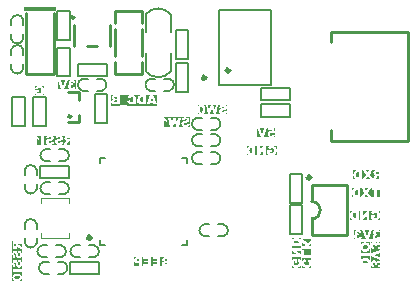
<source format=gbo>
G04*
G04 #@! TF.GenerationSoftware,Altium Limited,Altium Designer,21.2.0 (30)*
G04*
G04 Layer_Color=32896*
%FSLAX24Y24*%
%MOIN*%
G70*
G04*
G04 #@! TF.SameCoordinates,7FD8D1C1-8453-446E-9C5A-4270D5F62F01*
G04*
G04*
G04 #@! TF.FilePolarity,Positive*
G04*
G01*
G75*
%ADD10C,0.0100*%
%ADD13C,0.0080*%
%ADD33C,0.0118*%
%ADD38C,0.0060*%
%ADD88C,0.0079*%
%ADD89C,0.0098*%
%ADD90C,0.0039*%
%ADD91R,0.1091X0.0150*%
G36*
X5774Y6264D02*
X5903D01*
X5900Y6264D01*
X5895D01*
X5889Y6263D01*
X5883Y6262D01*
X5876Y6261D01*
X5862Y6259D01*
X5847Y6255D01*
X5833Y6249D01*
X5826Y6246D01*
X5820Y6242D01*
X5820D01*
X5819Y6241D01*
X5815Y6238D01*
X5810Y6233D01*
X5804Y6225D01*
X5801Y6221D01*
X5798Y6216D01*
X5795Y6210D01*
X5792Y6204D01*
X5789Y6197D01*
X5787Y6190D01*
X5785Y6181D01*
X5784Y6173D01*
X5872Y6168D01*
Y6169D01*
X5873Y6171D01*
X5874Y6175D01*
X5876Y6180D01*
X5878Y6184D01*
X5880Y6189D01*
X5883Y6194D01*
X5887Y6198D01*
X5888Y6199D01*
X5890Y6200D01*
X5892Y6201D01*
X5895Y6203D01*
X5900Y6205D01*
X5905Y6206D01*
X5911Y6207D01*
X5918Y6208D01*
X5921D01*
X5924Y6207D01*
X5928Y6206D01*
X5936Y6205D01*
X5940Y6203D01*
X5943Y6200D01*
X5944Y6200D01*
X5945Y6199D01*
X5947Y6196D01*
X5950Y6190D01*
X5951Y6187D01*
X5951Y6184D01*
Y6183D01*
Y6183D01*
X5950Y6179D01*
X5948Y6175D01*
X5947Y6173D01*
X5945Y6170D01*
X5944D01*
X5943Y6169D01*
X5941Y6168D01*
X5938Y6166D01*
X5934Y6165D01*
X5928Y6163D01*
X5922Y6161D01*
X5913Y6159D01*
X5913D01*
X5911Y6159D01*
X5907Y6158D01*
X5903Y6157D01*
X5898Y6156D01*
X5892Y6154D01*
X5886Y6153D01*
X5879Y6151D01*
X5865Y6147D01*
X5850Y6142D01*
X5836Y6137D01*
X5830Y6135D01*
X5825Y6132D01*
X5824D01*
X5824Y6131D01*
X5820Y6130D01*
X5816Y6127D01*
X5810Y6123D01*
X5804Y6118D01*
X5797Y6113D01*
X5791Y6106D01*
X5786Y6099D01*
X5785Y6098D01*
X5784Y6095D01*
X5782Y6091D01*
X5780Y6085D01*
X5778Y6079D01*
X5775Y6072D01*
X5774Y6063D01*
X5774Y6054D01*
Y6063D01*
Y5950D01*
X5123D01*
Y5955D01*
X5222D01*
X5209D01*
Y6157D01*
X5210Y6156D01*
X5212Y6154D01*
X5216Y6151D01*
X5221Y6148D01*
X5227Y6144D01*
X5235Y6139D01*
X5242Y6135D01*
X5249Y6131D01*
X5250Y6130D01*
X5252Y6129D01*
X5257Y6128D01*
X5262Y6125D01*
X5270Y6123D01*
X5277Y6119D01*
X5287Y6116D01*
X5297Y6113D01*
Y5968D01*
Y6183D01*
Y6182D01*
X5297D01*
X5296Y6183D01*
X5294Y6184D01*
X5290Y6184D01*
X5287Y6186D01*
X5282Y6188D01*
X5273Y6191D01*
X5262Y6196D01*
X5251Y6202D01*
X5240Y6208D01*
X5231Y6215D01*
X5230D01*
X5230Y6216D01*
X5227Y6219D01*
X5222Y6223D01*
X5217Y6229D01*
X5211Y6236D01*
X5205Y6244D01*
X5199Y6254D01*
X5193Y6264D01*
X5297D01*
D01*
X5123D01*
D01*
X6050D01*
X5774D01*
D02*
G37*
G36*
X6050Y5955D02*
Y5950D01*
X5916D01*
X5922Y5951D01*
X5928Y5951D01*
X5935Y5952D01*
X5943Y5952D01*
X5952Y5954D01*
X5970Y5957D01*
X5987Y5962D01*
X5996Y5966D01*
X6003Y5970D01*
X6011Y5974D01*
X6017Y5979D01*
X6017Y5980D01*
X6018Y5981D01*
X6019Y5983D01*
X6021Y5985D01*
X6023Y5988D01*
X6026Y5991D01*
X6029Y5996D01*
X6032Y6000D01*
X6038Y6011D01*
X6043Y6024D01*
X6047Y6039D01*
X6049Y6047D01*
X6050Y6055D01*
X5961Y6062D01*
Y6060D01*
X5960Y6058D01*
X5960Y6054D01*
X5958Y6049D01*
X5955Y6038D01*
X5952Y6033D01*
X5949Y6028D01*
X5948Y6028D01*
X5946Y6025D01*
X5943Y6023D01*
X5938Y6019D01*
X5932Y6015D01*
X5925Y6013D01*
X5917Y6010D01*
X5907Y6010D01*
X5904D01*
X5901Y6010D01*
X5896Y6011D01*
X5891Y6012D01*
X5886Y6014D01*
X5881Y6016D01*
X5876Y6019D01*
X5876Y6019D01*
X5875Y6020D01*
X5873Y6023D01*
X5871Y6025D01*
X5869Y6028D01*
X5867Y6032D01*
X5866Y6037D01*
X5865Y6041D01*
Y6042D01*
Y6043D01*
X5866Y6045D01*
X5866Y6048D01*
X5868Y6052D01*
X5870Y6055D01*
X5872Y6059D01*
X5876Y6062D01*
X5876Y6063D01*
X5878Y6064D01*
X5881Y6065D01*
X5886Y6068D01*
X5892Y6070D01*
X5901Y6074D01*
X5906Y6075D01*
X5911Y6077D01*
X5917Y6078D01*
X5924Y6080D01*
X5925D01*
X5927Y6080D01*
X5930Y6082D01*
X5934Y6082D01*
X5939Y6084D01*
X5945Y6085D01*
X5951Y6087D01*
X5958Y6089D01*
X5973Y6095D01*
X5987Y6101D01*
X6001Y6108D01*
X6007Y6112D01*
X6012Y6116D01*
Y6117D01*
X6013Y6118D01*
X6016Y6120D01*
X6021Y6125D01*
X6025Y6133D01*
X6030Y6141D01*
X6034Y6151D01*
X6037Y6162D01*
X6038Y6168D01*
X6038Y6175D01*
Y6175D01*
Y6176D01*
Y6179D01*
X6038Y6184D01*
X6037Y6189D01*
X6035Y6196D01*
X6033Y6204D01*
X6029Y6211D01*
X6025Y6219D01*
X6024Y6220D01*
X6022Y6223D01*
X6019Y6226D01*
X6014Y6231D01*
X6009Y6236D01*
X6002Y6242D01*
X5993Y6247D01*
X5984Y6252D01*
X5983D01*
X5983Y6252D01*
X5981Y6253D01*
X5979Y6254D01*
X5976Y6255D01*
X5973Y6256D01*
X5969Y6257D01*
X5965Y6258D01*
X5960Y6259D01*
X5953Y6260D01*
X5941Y6262D01*
X5926Y6264D01*
X5909Y6264D01*
X6050D01*
D01*
Y5955D01*
D02*
G37*
G36*
X5775Y6043D02*
X5776Y6036D01*
X5778Y6028D01*
X5781Y6018D01*
X5785Y6009D01*
X5790Y5999D01*
X5791Y5998D01*
X5793Y5996D01*
X5797Y5991D01*
X5802Y5986D01*
X5809Y5979D01*
X5816Y5973D01*
X5825Y5968D01*
X5836Y5962D01*
X5836D01*
X5837Y5962D01*
X5839Y5961D01*
X5841Y5961D01*
X5844Y5959D01*
X5847Y5958D01*
X5851Y5957D01*
X5856Y5956D01*
X5866Y5954D01*
X5879Y5952D01*
X5893Y5951D01*
X5909Y5950D01*
X5774D01*
Y6049D01*
X5775Y6043D01*
D02*
G37*
G36*
X269Y2013D02*
X269Y2011D01*
X268Y2007D01*
X267Y2003D01*
X266Y1997D01*
X265Y1991D01*
Y1991D01*
X265Y1990D01*
X264Y1988D01*
X264Y1986D01*
X261Y1981D01*
X259Y1978D01*
X256Y1976D01*
X255Y1975D01*
X254Y1975D01*
X253Y1974D01*
X251Y1972D01*
X245Y1971D01*
X242Y1970D01*
X238D01*
X237D01*
X236D01*
X233Y1970D01*
X230Y1971D01*
X226Y1972D01*
X222Y1974D01*
X219Y1976D01*
X216Y1979D01*
X215Y1980D01*
X215Y1981D01*
X213Y1983D01*
X211Y1987D01*
X210Y1992D01*
X209Y1998D01*
X208Y2006D01*
X207Y2015D01*
Y2056D01*
X269D01*
Y2013D01*
D02*
G37*
G36*
X450Y1957D02*
X357Y2007D01*
X357Y2008D01*
X355Y2009D01*
X351Y2011D01*
X348Y2013D01*
X340Y2018D01*
X337Y2022D01*
X334Y2025D01*
X333Y2025D01*
X333Y2026D01*
X332Y2028D01*
X330Y2031D01*
X329Y2035D01*
X328Y2038D01*
X327Y2043D01*
X327Y2048D01*
Y2056D01*
X450D01*
Y1957D01*
D02*
G37*
G36*
X455Y806D02*
X450D01*
X303D01*
X309Y806D01*
X316Y807D01*
X324Y807D01*
X332Y808D01*
X342Y809D01*
X362Y812D01*
X382Y817D01*
X391Y821D01*
X401Y825D01*
X409Y829D01*
X417Y834D01*
X417Y835D01*
X418Y835D01*
X420Y837D01*
X423Y840D01*
X426Y843D01*
X429Y847D01*
X432Y851D01*
X436Y857D01*
X439Y863D01*
X443Y870D01*
X446Y878D01*
X449Y887D01*
X452Y896D01*
X453Y907D01*
X454Y918D01*
X455Y931D01*
Y937D01*
X454Y941D01*
Y944D01*
X453Y953D01*
X452Y963D01*
X450Y973D01*
X447Y984D01*
X443Y993D01*
X442Y994D01*
X441Y997D01*
X438Y1002D01*
X434Y1007D01*
X429Y1013D01*
X423Y1019D01*
X416Y1026D01*
X407Y1032D01*
X407Y1033D01*
X404Y1034D01*
X401Y1036D01*
X395Y1038D01*
X389Y1041D01*
X381Y1044D01*
X372Y1047D01*
X362Y1049D01*
X361D01*
X361D01*
X359Y1049D01*
X357Y1050D01*
X351Y1051D01*
X342Y1052D01*
X333Y1053D01*
X322Y1054D01*
X310Y1054D01*
X297Y1055D01*
X455D01*
X141D01*
Y1254D01*
X146D01*
X141D01*
Y1384D01*
X141Y1380D01*
Y1375D01*
X142Y1369D01*
X143Y1363D01*
X144Y1356D01*
X146Y1342D01*
X150Y1327D01*
X156Y1313D01*
X159Y1306D01*
X163Y1300D01*
Y1300D01*
X164Y1299D01*
X167Y1295D01*
X172Y1290D01*
X180Y1284D01*
X184Y1281D01*
X189Y1278D01*
X195Y1275D01*
X201Y1272D01*
X208Y1269D01*
X215Y1267D01*
X224Y1265D01*
X232Y1264D01*
X237Y1352D01*
X236D01*
X234Y1353D01*
X230Y1354D01*
X225Y1356D01*
X221Y1358D01*
X216Y1360D01*
X211Y1364D01*
X207Y1367D01*
X206Y1368D01*
X205Y1370D01*
X204Y1372D01*
X202Y1375D01*
X200Y1380D01*
X199Y1385D01*
X198Y1391D01*
X197Y1399D01*
Y1401D01*
X198Y1404D01*
X199Y1408D01*
X200Y1416D01*
X202Y1420D01*
X205Y1424D01*
X205Y1424D01*
X206Y1425D01*
X209Y1427D01*
X215Y1430D01*
X218Y1431D01*
X221Y1431D01*
X222D01*
X222D01*
X226Y1430D01*
X230Y1428D01*
X232Y1427D01*
X235Y1425D01*
Y1424D01*
X236Y1423D01*
X237Y1421D01*
X239Y1418D01*
X240Y1414D01*
X242Y1409D01*
X244Y1402D01*
X246Y1394D01*
Y1393D01*
X246Y1391D01*
X247Y1387D01*
X248Y1384D01*
X249Y1379D01*
X251Y1372D01*
X252Y1366D01*
X254Y1359D01*
X258Y1345D01*
X263Y1330D01*
X268Y1316D01*
X270Y1310D01*
X273Y1305D01*
Y1304D01*
X274Y1304D01*
X275Y1300D01*
X278Y1296D01*
X282Y1290D01*
X287Y1284D01*
X292Y1277D01*
X299Y1271D01*
X306Y1266D01*
X307Y1265D01*
X310Y1264D01*
X314Y1262D01*
X320Y1260D01*
X326Y1258D01*
X333Y1255D01*
X342Y1254D01*
X351Y1254D01*
X356D01*
X362Y1255D01*
X369Y1256D01*
X377Y1258D01*
X387Y1261D01*
X396Y1265D01*
X406Y1270D01*
X407Y1271D01*
X409Y1273D01*
X414Y1277D01*
X419Y1282D01*
X426Y1289D01*
X432Y1296D01*
X437Y1305D01*
X443Y1316D01*
Y1316D01*
X443Y1317D01*
X444Y1319D01*
X444Y1321D01*
X446Y1324D01*
X447Y1327D01*
X448Y1331D01*
X449Y1336D01*
X451Y1346D01*
X453Y1359D01*
X454Y1373D01*
X455Y1389D01*
Y1396D01*
X454Y1402D01*
X454Y1408D01*
X453Y1415D01*
X453Y1423D01*
X451Y1432D01*
X448Y1450D01*
X443Y1467D01*
X439Y1476D01*
X435Y1483D01*
X431Y1491D01*
X426Y1497D01*
X425Y1497D01*
X424Y1498D01*
X422Y1500D01*
X420Y1501D01*
X417Y1503D01*
X414Y1506D01*
X409Y1509D01*
X405Y1512D01*
X394Y1518D01*
X381Y1523D01*
X366Y1527D01*
X358Y1529D01*
X350Y1530D01*
D01*
X343Y1441D01*
X345D01*
X347Y1440D01*
X351Y1440D01*
X356Y1438D01*
X367Y1435D01*
X372Y1432D01*
X377Y1429D01*
X377Y1428D01*
X380Y1426D01*
X382Y1423D01*
X386Y1419D01*
X389Y1412D01*
X392Y1405D01*
X395Y1397D01*
X395Y1387D01*
Y1384D01*
X395Y1381D01*
X394Y1376D01*
X393Y1371D01*
X391Y1366D01*
X389Y1361D01*
X386Y1356D01*
X386Y1356D01*
X385Y1355D01*
X382Y1353D01*
X380Y1351D01*
X377Y1349D01*
X373Y1347D01*
X368Y1346D01*
X364Y1345D01*
X363D01*
X362D01*
X360Y1346D01*
X357Y1346D01*
X353Y1348D01*
X350Y1350D01*
X346Y1352D01*
X343Y1356D01*
X342Y1356D01*
X341Y1358D01*
X340Y1361D01*
X337Y1366D01*
X335Y1372D01*
X331Y1381D01*
X330Y1386D01*
X328Y1391D01*
X327Y1397D01*
X325Y1404D01*
Y1405D01*
X325Y1407D01*
X323Y1410D01*
X323Y1414D01*
X321Y1419D01*
X320Y1425D01*
X318Y1431D01*
X316Y1438D01*
X310Y1453D01*
X304Y1467D01*
X297Y1481D01*
X293Y1487D01*
X288Y1492D01*
X288D01*
X287Y1493D01*
X285Y1496D01*
X280Y1501D01*
X272Y1505D01*
X264Y1510D01*
X254Y1515D01*
X243Y1517D01*
X237Y1518D01*
X230Y1518D01*
X230D01*
X229D01*
X226D01*
X221Y1518D01*
X216Y1517D01*
X209Y1515D01*
X201Y1513D01*
X194Y1510D01*
X186Y1505D01*
X185Y1505D01*
X182Y1502D01*
X179Y1499D01*
X174Y1495D01*
X169Y1489D01*
X163Y1482D01*
X158Y1473D01*
X153Y1464D01*
Y1463D01*
X153Y1463D01*
X152Y1461D01*
X151Y1459D01*
X150Y1456D01*
X149Y1453D01*
X148Y1449D01*
X147Y1445D01*
X146Y1440D01*
X145Y1434D01*
X143Y1421D01*
X141Y1406D01*
X141Y1389D01*
Y1530D01*
X141D01*
Y1561D01*
X220D01*
X141D01*
Y1690D01*
X141Y1687D01*
Y1682D01*
X142Y1676D01*
X143Y1670D01*
X144Y1663D01*
X146Y1649D01*
X150Y1634D01*
X156Y1620D01*
X159Y1613D01*
X163Y1607D01*
Y1607D01*
X164Y1606D01*
X167Y1602D01*
X172Y1597D01*
X180Y1591D01*
X184Y1588D01*
X189Y1585D01*
X195Y1582D01*
X201Y1579D01*
X208Y1576D01*
X215Y1574D01*
X224Y1572D01*
X232Y1571D01*
X237Y1659D01*
X236D01*
X234Y1660D01*
X230Y1661D01*
X225Y1663D01*
X221Y1665D01*
X216Y1667D01*
X211Y1670D01*
X207Y1674D01*
X206Y1675D01*
X205Y1677D01*
X204Y1679D01*
X202Y1682D01*
X200Y1687D01*
X199Y1692D01*
X198Y1698D01*
X197Y1705D01*
Y1708D01*
X198Y1711D01*
X199Y1715D01*
X200Y1723D01*
X202Y1727D01*
X205Y1730D01*
X205Y1731D01*
X206Y1732D01*
X209Y1734D01*
X215Y1737D01*
X218Y1738D01*
X221Y1738D01*
X222D01*
X222D01*
X226Y1737D01*
X230Y1735D01*
X232Y1734D01*
X235Y1732D01*
Y1731D01*
X236Y1730D01*
X237Y1728D01*
X239Y1725D01*
X240Y1721D01*
X242Y1715D01*
X244Y1709D01*
X246Y1700D01*
Y1700D01*
X246Y1698D01*
X247Y1694D01*
X248Y1690D01*
X249Y1685D01*
X251Y1679D01*
X252Y1673D01*
X254Y1666D01*
X258Y1652D01*
X263Y1637D01*
X268Y1623D01*
X270Y1617D01*
X273Y1612D01*
Y1611D01*
X274Y1611D01*
X275Y1607D01*
X278Y1603D01*
X282Y1597D01*
X287Y1591D01*
X292Y1584D01*
X299Y1578D01*
X306Y1573D01*
X307Y1572D01*
X310Y1571D01*
X314Y1569D01*
X320Y1567D01*
X326Y1564D01*
X333Y1562D01*
X342Y1561D01*
X351Y1561D01*
X356D01*
X362Y1562D01*
X369Y1563D01*
X377Y1564D01*
X387Y1568D01*
X396Y1572D01*
X406Y1577D01*
X407Y1578D01*
X409Y1580D01*
X414Y1584D01*
X419Y1589D01*
X426Y1596D01*
X432Y1603D01*
X437Y1612D01*
X443Y1623D01*
Y1623D01*
X443Y1624D01*
X444Y1626D01*
X444Y1628D01*
X446Y1631D01*
X447Y1634D01*
X448Y1638D01*
X449Y1643D01*
X451Y1653D01*
X453Y1666D01*
X454Y1680D01*
X455Y1696D01*
Y1561D01*
D01*
D01*
Y1837D01*
Y1703D01*
X454Y1709D01*
X454Y1715D01*
X453Y1722D01*
X453Y1730D01*
X451Y1739D01*
X448Y1757D01*
X443Y1774D01*
X439Y1783D01*
X435Y1790D01*
X431Y1798D01*
X426Y1804D01*
X425Y1804D01*
X424Y1805D01*
X422Y1806D01*
X420Y1808D01*
X417Y1810D01*
X414Y1813D01*
X409Y1816D01*
X405Y1819D01*
X394Y1825D01*
X381Y1830D01*
X366Y1834D01*
X358Y1836D01*
X350Y1837D01*
D01*
X343Y1748D01*
X345D01*
X347Y1747D01*
X351Y1747D01*
X356Y1745D01*
X367Y1742D01*
X372Y1739D01*
X377Y1736D01*
X377Y1735D01*
X380Y1733D01*
X382Y1730D01*
X386Y1725D01*
X389Y1719D01*
X392Y1712D01*
X395Y1704D01*
X395Y1694D01*
Y1691D01*
X395Y1688D01*
X394Y1683D01*
X393Y1678D01*
X391Y1673D01*
X389Y1668D01*
X386Y1663D01*
X386Y1663D01*
X385Y1662D01*
X382Y1660D01*
X380Y1658D01*
X377Y1655D01*
X373Y1654D01*
X368Y1653D01*
X364Y1652D01*
X363D01*
X362D01*
X360Y1653D01*
X357Y1653D01*
X353Y1655D01*
X350Y1657D01*
X346Y1659D01*
X343Y1663D01*
X342Y1663D01*
X341Y1665D01*
X340Y1668D01*
X337Y1673D01*
X335Y1679D01*
X331Y1688D01*
X330Y1693D01*
X328Y1698D01*
X327Y1704D01*
X325Y1711D01*
Y1712D01*
X325Y1714D01*
X323Y1717D01*
X323Y1721D01*
X321Y1726D01*
X320Y1732D01*
X318Y1738D01*
X316Y1745D01*
X310Y1760D01*
X304Y1774D01*
X297Y1788D01*
X293Y1794D01*
X288Y1799D01*
X288D01*
X287Y1800D01*
X285Y1803D01*
X280Y1808D01*
X272Y1812D01*
X264Y1817D01*
X254Y1821D01*
X243Y1824D01*
X237Y1825D01*
X230Y1825D01*
X230D01*
X229D01*
X226D01*
X221Y1825D01*
X216Y1824D01*
X209Y1822D01*
X201Y1820D01*
X194Y1816D01*
X186Y1812D01*
X185Y1811D01*
X182Y1809D01*
X179Y1806D01*
X174Y1801D01*
X169Y1796D01*
X163Y1789D01*
X158Y1780D01*
X153Y1771D01*
Y1770D01*
X153Y1770D01*
X152Y1768D01*
X151Y1766D01*
X150Y1763D01*
X149Y1760D01*
X148Y1756D01*
X147Y1752D01*
X146Y1747D01*
X145Y1740D01*
X143Y1728D01*
X141Y1713D01*
X141Y1696D01*
Y1837D01*
X141D01*
Y2150D01*
X450D01*
X146D01*
Y1982D01*
X146Y1979D01*
X147Y1969D01*
X148Y1958D01*
X149Y1947D01*
X151Y1936D01*
X154Y1927D01*
X154Y1926D01*
X155Y1923D01*
X157Y1919D01*
X160Y1914D01*
X164Y1907D01*
X169Y1901D01*
X174Y1895D01*
X181Y1890D01*
X182Y1889D01*
X185Y1887D01*
X189Y1885D01*
X195Y1882D01*
X202Y1880D01*
X211Y1877D01*
X220Y1876D01*
X231Y1875D01*
X232D01*
X235D01*
X240Y1876D01*
X246Y1876D01*
X252Y1878D01*
X260Y1880D01*
X267Y1882D01*
X275Y1886D01*
X275Y1887D01*
X277Y1888D01*
X281Y1891D01*
X285Y1894D01*
X290Y1899D01*
X295Y1904D01*
X300Y1910D01*
X304Y1916D01*
X305Y1917D01*
X305Y1919D01*
X307Y1921D01*
X308Y1925D01*
X310Y1930D01*
X312Y1935D01*
X314Y1942D01*
X316Y1949D01*
Y1949D01*
X317Y1946D01*
X318Y1944D01*
X320Y1940D01*
X323Y1932D01*
X325Y1928D01*
X327Y1925D01*
X328Y1924D01*
X329Y1922D01*
X331Y1921D01*
X333Y1919D01*
X336Y1916D01*
X339Y1913D01*
X343Y1910D01*
X344Y1909D01*
X346Y1908D01*
X348Y1906D01*
X350Y1904D01*
X357Y1900D01*
X360Y1898D01*
X362Y1896D01*
X450Y1850D01*
Y2150D01*
X455D01*
Y806D01*
D02*
G37*
G36*
X283Y1054D02*
X276Y1054D01*
X267Y1053D01*
X259Y1052D01*
X249Y1051D01*
X229Y1047D01*
X209Y1042D01*
X200Y1038D01*
X191Y1034D01*
X183Y1029D01*
X176Y1024D01*
X175Y1023D01*
X174Y1022D01*
X172Y1021D01*
X170Y1018D01*
X168Y1014D01*
X165Y1011D01*
X161Y1006D01*
X158Y1000D01*
X155Y994D01*
X152Y987D01*
X149Y979D01*
X146Y971D01*
X144Y961D01*
X143Y951D01*
X141Y940D01*
X141Y928D01*
Y1055D01*
X288D01*
X283Y1054D01*
D02*
G37*
G36*
X311Y971D02*
X316D01*
X328Y970D01*
X342Y969D01*
X355Y967D01*
X361Y966D01*
X367Y965D01*
X372Y963D01*
X376Y961D01*
X377Y961D01*
X380Y959D01*
X383Y957D01*
X387Y953D01*
X391Y949D01*
X394Y944D01*
X396Y938D01*
X397Y931D01*
Y929D01*
X397Y926D01*
X396Y923D01*
X395Y920D01*
X393Y916D01*
X391Y912D01*
X388Y908D01*
X388Y908D01*
X387Y907D01*
X385Y905D01*
X382Y903D01*
X377Y901D01*
X373Y898D01*
X367Y896D01*
X360Y895D01*
X359D01*
X356Y894D01*
X352Y893D01*
X345Y892D01*
X337Y891D01*
X326Y890D01*
X314Y890D01*
X300D01*
X299D01*
X297D01*
X294D01*
X290D01*
X285Y890D01*
X279D01*
X267Y891D01*
X253Y892D01*
X240Y894D01*
X234Y895D01*
X227Y897D01*
X222Y898D01*
X218Y900D01*
X217Y901D01*
X215Y902D01*
X211Y905D01*
X207Y908D01*
X204Y912D01*
X200Y918D01*
X198Y924D01*
X197Y931D01*
Y932D01*
X197Y935D01*
X198Y938D01*
X200Y943D01*
X202Y948D01*
X206Y953D01*
X211Y958D01*
X219Y962D01*
X220Y962D01*
X221Y963D01*
X223Y963D01*
X225Y964D01*
X228Y965D01*
X232Y966D01*
X236Y966D01*
X241Y967D01*
X247Y968D01*
X254Y969D01*
X260Y970D01*
X269Y970D01*
X277Y971D01*
X286Y971D01*
X297D01*
X297D01*
X300D01*
X302D01*
X306D01*
X311Y971D01*
D02*
G37*
G36*
X141Y918D02*
X142Y911D01*
X143Y903D01*
X144Y895D01*
X146Y886D01*
X149Y878D01*
X149Y877D01*
X150Y875D01*
X152Y871D01*
X154Y867D01*
X157Y862D01*
X160Y856D01*
X164Y851D01*
X169Y846D01*
X169Y846D01*
X171Y844D01*
X173Y842D01*
X176Y839D01*
X180Y836D01*
X184Y832D01*
X194Y826D01*
X195Y826D01*
X196Y825D01*
X199Y824D01*
X203Y822D01*
X207Y820D01*
X213Y819D01*
X219Y816D01*
X225Y815D01*
X226D01*
X227Y814D01*
X229Y814D01*
X231Y813D01*
X234Y812D01*
X238Y812D01*
X247Y810D01*
X257Y809D01*
X269Y807D01*
X282Y806D01*
X296Y806D01*
X141D01*
Y923D01*
X141Y918D01*
D02*
G37*
G36*
X950Y5551D02*
X952Y5549D01*
X956Y5546D01*
X961Y5543D01*
X967Y5539D01*
X975Y5534D01*
X982Y5530D01*
X989Y5526D01*
X990Y5525D01*
X992Y5524D01*
X997Y5523D01*
X1002Y5520D01*
X1009Y5518D01*
X1017Y5514D01*
X1027Y5512D01*
X1037Y5508D01*
Y5350D01*
X948D01*
Y5552D01*
X950Y5551D01*
D02*
G37*
G36*
X2150Y5345D02*
X1837D01*
D01*
X1703D01*
X1709Y5346D01*
X1715Y5346D01*
X1722Y5347D01*
X1730Y5347D01*
X1739Y5349D01*
X1757Y5352D01*
X1774Y5357D01*
X1783Y5361D01*
X1790Y5365D01*
X1798Y5369D01*
X1804Y5374D01*
X1804Y5375D01*
X1805Y5376D01*
X1806Y5378D01*
X1808Y5380D01*
X1810Y5383D01*
X1813Y5386D01*
X1816Y5391D01*
X1819Y5395D01*
X1825Y5406D01*
X1830Y5419D01*
X1834Y5434D01*
X1836Y5442D01*
X1837Y5450D01*
X1748Y5457D01*
Y5455D01*
X1747Y5453D01*
X1747Y5449D01*
X1745Y5444D01*
X1742Y5433D01*
X1739Y5428D01*
X1736Y5423D01*
X1735Y5423D01*
X1733Y5420D01*
X1730Y5418D01*
X1725Y5414D01*
X1719Y5410D01*
X1712Y5408D01*
X1704Y5405D01*
X1694Y5405D01*
X1691D01*
X1688Y5405D01*
X1683Y5406D01*
X1678Y5407D01*
X1673Y5409D01*
X1668Y5411D01*
X1663Y5414D01*
X1663Y5414D01*
X1662Y5415D01*
X1660Y5418D01*
X1658Y5420D01*
X1655Y5423D01*
X1654Y5427D01*
X1653Y5432D01*
X1652Y5436D01*
Y5437D01*
Y5438D01*
X1653Y5440D01*
X1653Y5443D01*
X1655Y5447D01*
X1657Y5450D01*
X1659Y5454D01*
X1663Y5457D01*
X1663Y5458D01*
X1665Y5459D01*
X1668Y5460D01*
X1673Y5463D01*
X1679Y5465D01*
X1688Y5469D01*
X1693Y5470D01*
X1698Y5472D01*
X1704Y5473D01*
X1711Y5475D01*
X1712D01*
X1714Y5475D01*
X1717Y5477D01*
X1721Y5477D01*
X1726Y5479D01*
X1732Y5480D01*
X1738Y5482D01*
X1745Y5484D01*
X1760Y5490D01*
X1774Y5496D01*
X1788Y5503D01*
X1794Y5507D01*
X1799Y5512D01*
Y5512D01*
X1800Y5513D01*
X1803Y5515D01*
X1808Y5520D01*
X1812Y5528D01*
X1817Y5536D01*
X1821Y5546D01*
X1824Y5557D01*
X1825Y5563D01*
X1825Y5570D01*
Y5570D01*
Y5571D01*
Y5574D01*
X1825Y5579D01*
X1824Y5584D01*
X1822Y5591D01*
X1820Y5599D01*
X1816Y5606D01*
X1812Y5614D01*
X1811Y5615D01*
X1809Y5618D01*
X1806Y5621D01*
X1801Y5626D01*
X1796Y5631D01*
X1789Y5637D01*
X1780Y5642D01*
X1771Y5647D01*
X1770D01*
X1770Y5647D01*
X1768Y5648D01*
X1766Y5649D01*
X1763Y5650D01*
X1760Y5651D01*
X1756Y5652D01*
X1752Y5653D01*
X1747Y5654D01*
X1740Y5655D01*
X1728Y5657D01*
X1713Y5659D01*
X1696Y5659D01*
X1837D01*
X1561D01*
X1690D01*
X1687Y5659D01*
X1682D01*
X1676Y5658D01*
X1670Y5657D01*
X1663Y5656D01*
X1649Y5654D01*
X1634Y5650D01*
X1620Y5644D01*
X1613Y5641D01*
X1607Y5637D01*
X1607D01*
X1606Y5636D01*
X1602Y5633D01*
X1597Y5627D01*
X1591Y5620D01*
X1588Y5616D01*
X1585Y5611D01*
X1582Y5605D01*
X1579Y5599D01*
X1576Y5592D01*
X1574Y5585D01*
X1572Y5576D01*
X1571Y5568D01*
X1659Y5563D01*
Y5564D01*
X1660Y5566D01*
X1661Y5570D01*
X1663Y5575D01*
X1665Y5579D01*
X1667Y5584D01*
X1670Y5589D01*
X1674Y5593D01*
X1675Y5594D01*
X1677Y5595D01*
X1679Y5596D01*
X1682Y5598D01*
X1687Y5600D01*
X1692Y5601D01*
X1698Y5602D01*
X1705Y5603D01*
X1708D01*
X1711Y5602D01*
X1715Y5601D01*
X1723Y5600D01*
X1727Y5598D01*
X1730Y5595D01*
X1731Y5595D01*
X1732Y5594D01*
X1734Y5591D01*
X1737Y5585D01*
X1738Y5582D01*
X1738Y5579D01*
Y5578D01*
Y5578D01*
X1737Y5574D01*
X1735Y5570D01*
X1734Y5568D01*
X1732Y5565D01*
X1731D01*
X1730Y5564D01*
X1728Y5563D01*
X1725Y5561D01*
X1721Y5560D01*
X1715Y5558D01*
X1709Y5556D01*
X1700Y5554D01*
X1700D01*
X1698Y5554D01*
X1694Y5553D01*
X1690Y5552D01*
X1685Y5551D01*
X1679Y5549D01*
X1673Y5548D01*
X1666Y5546D01*
X1652Y5542D01*
X1637Y5537D01*
X1623Y5532D01*
X1617Y5530D01*
X1612Y5527D01*
X1611D01*
X1611Y5526D01*
X1607Y5525D01*
X1603Y5522D01*
X1597Y5518D01*
X1591Y5513D01*
X1584Y5508D01*
X1578Y5501D01*
X1573Y5494D01*
X1572Y5493D01*
X1571Y5490D01*
X1569Y5486D01*
X1567Y5480D01*
X1564Y5474D01*
X1562Y5467D01*
X1561Y5458D01*
X1561Y5449D01*
Y5345D01*
X1530D01*
Y5346D01*
Y5345D01*
X1396D01*
X1402Y5346D01*
X1408Y5346D01*
X1415Y5347D01*
X1423Y5347D01*
X1432Y5349D01*
X1450Y5352D01*
X1467Y5357D01*
X1476Y5361D01*
X1483Y5365D01*
X1491Y5369D01*
X1497Y5374D01*
X1497Y5375D01*
X1498Y5376D01*
X1500Y5378D01*
X1501Y5380D01*
X1503Y5383D01*
X1506Y5386D01*
X1509Y5391D01*
X1512Y5395D01*
X1518Y5406D01*
X1523Y5419D01*
X1527Y5434D01*
X1529Y5442D01*
X1530Y5450D01*
X1441Y5457D01*
Y5455D01*
X1440Y5453D01*
X1440Y5449D01*
X1438Y5444D01*
X1435Y5433D01*
X1432Y5428D01*
X1429Y5423D01*
X1428Y5423D01*
X1426Y5420D01*
X1423Y5418D01*
X1419Y5414D01*
X1412Y5410D01*
X1405Y5408D01*
X1397Y5405D01*
X1387Y5405D01*
X1384D01*
X1381Y5405D01*
X1376Y5406D01*
X1371Y5407D01*
X1366Y5409D01*
X1361Y5411D01*
X1356Y5414D01*
X1356Y5414D01*
X1355Y5415D01*
X1353Y5418D01*
X1351Y5420D01*
X1349Y5423D01*
X1347Y5427D01*
X1346Y5432D01*
X1345Y5436D01*
Y5437D01*
Y5438D01*
X1346Y5440D01*
X1346Y5443D01*
X1348Y5447D01*
X1350Y5450D01*
X1352Y5454D01*
X1356Y5457D01*
X1356Y5458D01*
X1358Y5459D01*
X1361Y5460D01*
X1366Y5463D01*
X1372Y5465D01*
X1381Y5469D01*
X1386Y5470D01*
X1391Y5472D01*
X1397Y5473D01*
X1404Y5475D01*
X1405D01*
X1407Y5475D01*
X1410Y5477D01*
X1414Y5477D01*
X1419Y5479D01*
X1425Y5480D01*
X1431Y5482D01*
X1438Y5484D01*
X1453Y5490D01*
X1467Y5496D01*
X1481Y5503D01*
X1487Y5507D01*
X1492Y5512D01*
Y5512D01*
X1493Y5513D01*
X1496Y5515D01*
X1501Y5520D01*
X1505Y5528D01*
X1510Y5536D01*
X1515Y5546D01*
X1517Y5557D01*
X1518Y5563D01*
X1518Y5570D01*
Y5570D01*
Y5571D01*
Y5574D01*
X1518Y5579D01*
X1517Y5584D01*
X1515Y5591D01*
X1513Y5599D01*
X1510Y5606D01*
X1505Y5614D01*
X1505Y5615D01*
X1502Y5618D01*
X1499Y5621D01*
X1495Y5626D01*
X1489Y5631D01*
X1482Y5637D01*
X1473Y5642D01*
X1464Y5647D01*
X1463D01*
X1463Y5647D01*
X1461Y5648D01*
X1459Y5649D01*
X1456Y5650D01*
X1453Y5651D01*
X1449Y5652D01*
X1445Y5653D01*
X1440Y5654D01*
X1434Y5655D01*
X1421Y5657D01*
X1406Y5659D01*
X1389Y5659D01*
X1530D01*
X1254D01*
X1384D01*
X1380Y5659D01*
X1375D01*
X1369Y5658D01*
X1363Y5657D01*
X1356Y5656D01*
X1342Y5654D01*
X1327Y5650D01*
X1313Y5644D01*
X1306Y5641D01*
X1300Y5637D01*
X1300D01*
X1299Y5636D01*
X1295Y5633D01*
X1290Y5627D01*
X1284Y5620D01*
X1281Y5616D01*
X1278Y5611D01*
X1275Y5605D01*
X1272Y5599D01*
X1269Y5592D01*
X1267Y5585D01*
X1265Y5576D01*
X1264Y5568D01*
X1352Y5563D01*
Y5564D01*
X1353Y5566D01*
X1354Y5570D01*
X1356Y5575D01*
X1358Y5579D01*
X1360Y5584D01*
X1364Y5589D01*
X1367Y5593D01*
X1368Y5594D01*
X1370Y5595D01*
X1372Y5596D01*
X1375Y5598D01*
X1380Y5600D01*
X1385Y5601D01*
X1391Y5602D01*
X1399Y5603D01*
X1401D01*
X1404Y5602D01*
X1408Y5601D01*
X1416Y5600D01*
X1420Y5598D01*
X1424Y5595D01*
X1424Y5595D01*
X1425Y5594D01*
X1427Y5591D01*
X1430Y5585D01*
X1431Y5582D01*
X1431Y5579D01*
Y5578D01*
Y5578D01*
X1430Y5574D01*
X1428Y5570D01*
X1427Y5568D01*
X1425Y5565D01*
X1424D01*
X1423Y5564D01*
X1421Y5563D01*
X1418Y5561D01*
X1414Y5560D01*
X1409Y5558D01*
X1402Y5556D01*
X1394Y5554D01*
X1393D01*
X1391Y5554D01*
X1387Y5553D01*
X1384Y5552D01*
X1379Y5551D01*
X1372Y5549D01*
X1366Y5548D01*
X1359Y5546D01*
X1345Y5542D01*
X1330Y5537D01*
X1316Y5532D01*
X1310Y5530D01*
X1305Y5527D01*
X1304D01*
X1304Y5526D01*
X1300Y5525D01*
X1296Y5522D01*
X1290Y5518D01*
X1284Y5513D01*
X1277Y5508D01*
X1271Y5501D01*
X1266Y5494D01*
X1265Y5493D01*
X1264Y5490D01*
X1262Y5486D01*
X1260Y5480D01*
X1258Y5474D01*
X1255Y5467D01*
X1254Y5458D01*
X1254Y5449D01*
Y5346D01*
Y5444D01*
X1255Y5438D01*
X1256Y5431D01*
X1258Y5423D01*
X1261Y5413D01*
X1265Y5404D01*
X1270Y5394D01*
X1271Y5393D01*
X1273Y5391D01*
X1277Y5386D01*
X1282Y5381D01*
X1289Y5374D01*
X1296Y5368D01*
X1305Y5363D01*
X1316Y5357D01*
X1316D01*
X1317Y5357D01*
X1319Y5356D01*
X1321Y5356D01*
X1324Y5354D01*
X1327Y5353D01*
X1331Y5352D01*
X1336Y5351D01*
X1346Y5349D01*
X1359Y5347D01*
X1373Y5346D01*
X1389Y5345D01*
X1254D01*
D01*
X863D01*
Y5350D01*
X1037D01*
Y5585D01*
Y5577D01*
X1037D01*
X1036Y5578D01*
X1033Y5579D01*
X1030Y5579D01*
X1027Y5581D01*
X1022Y5583D01*
X1013Y5586D01*
X1002Y5591D01*
X991Y5597D01*
X980Y5603D01*
X971Y5610D01*
X970D01*
X970Y5611D01*
X967Y5614D01*
X962Y5618D01*
X957Y5624D01*
X951Y5631D01*
X945Y5639D01*
X938Y5649D01*
X933Y5659D01*
X863D01*
D01*
X2150D01*
Y5345D01*
D02*
G37*
G36*
X1562Y5438D02*
X1563Y5431D01*
X1564Y5423D01*
X1568Y5413D01*
X1572Y5404D01*
X1577Y5394D01*
X1578Y5393D01*
X1580Y5391D01*
X1584Y5386D01*
X1589Y5381D01*
X1596Y5374D01*
X1603Y5368D01*
X1612Y5363D01*
X1623Y5357D01*
X1623D01*
X1624Y5357D01*
X1626Y5356D01*
X1628Y5356D01*
X1631Y5354D01*
X1634Y5353D01*
X1638Y5352D01*
X1643Y5351D01*
X1653Y5349D01*
X1666Y5347D01*
X1680Y5346D01*
X1696Y5345D01*
X1561D01*
Y5444D01*
X1562Y5438D01*
D02*
G37*
G36*
X890Y6995D02*
D01*
Y7000D01*
Y6995D01*
D02*
G37*
G36*
X1200Y7000D02*
Y6995D01*
X1045D01*
X1049Y6996D01*
X1054D01*
X1059Y6996D01*
X1065Y6997D01*
X1072Y6997D01*
X1086Y6999D01*
X1101Y7003D01*
X1115Y7007D01*
X1129Y7013D01*
X1130D01*
X1131Y7014D01*
X1132Y7016D01*
X1135Y7017D01*
X1141Y7021D01*
X1148Y7027D01*
X1157Y7034D01*
X1166Y7044D01*
X1174Y7055D01*
X1182Y7068D01*
Y7068D01*
X1182Y7069D01*
X1183Y7072D01*
X1184Y7074D01*
X1186Y7078D01*
X1187Y7082D01*
X1189Y7087D01*
X1191Y7092D01*
X1193Y7098D01*
X1194Y7104D01*
X1197Y7119D01*
X1199Y7135D01*
X1200Y7152D01*
Y7157D01*
X1199Y7160D01*
Y7165D01*
X1199Y7170D01*
X1198Y7175D01*
X1197Y7181D01*
X1195Y7195D01*
X1191Y7209D01*
X1186Y7224D01*
X1179Y7238D01*
Y7239D01*
X1178Y7240D01*
X1177Y7241D01*
X1176Y7244D01*
X1171Y7251D01*
X1164Y7259D01*
X1156Y7268D01*
X1146Y7278D01*
X1133Y7286D01*
X1120Y7294D01*
X1119D01*
X1118Y7295D01*
X1116Y7296D01*
X1114Y7296D01*
X1111Y7297D01*
X1107Y7299D01*
X1102Y7300D01*
X1097Y7302D01*
X1092Y7303D01*
X1085Y7304D01*
X1078Y7306D01*
X1071Y7307D01*
X1063Y7308D01*
X1055Y7309D01*
X1036Y7309D01*
X1023D01*
X1019Y7309D01*
X1007Y7308D01*
X995Y7307D01*
X982Y7305D01*
X971Y7303D01*
X965Y7301D01*
X960Y7300D01*
X960D01*
X959Y7299D01*
X956Y7298D01*
X951Y7296D01*
X946Y7293D01*
X939Y7289D01*
X932Y7284D01*
X925Y7278D01*
X919Y7271D01*
X918Y7270D01*
X916Y7268D01*
X913Y7264D01*
X909Y7258D01*
X905Y7251D01*
X901Y7243D01*
X897Y7234D01*
X894Y7223D01*
X984Y7207D01*
Y7208D01*
X985Y7210D01*
X987Y7213D01*
X989Y7217D01*
X991Y7221D01*
X995Y7225D01*
X999Y7229D01*
X1004Y7233D01*
X1004Y7234D01*
X1006Y7235D01*
X1009Y7236D01*
X1013Y7238D01*
X1018Y7240D01*
X1024Y7241D01*
X1030Y7242D01*
X1038Y7243D01*
X1041D01*
X1043Y7242D01*
X1048Y7241D01*
X1056Y7240D01*
X1063Y7238D01*
X1072Y7234D01*
X1080Y7228D01*
X1087Y7221D01*
X1088Y7220D01*
X1090Y7217D01*
X1093Y7211D01*
X1096Y7204D01*
X1100Y7195D01*
X1101Y7189D01*
X1103Y7183D01*
X1104Y7176D01*
X1105Y7169D01*
X1106Y7161D01*
Y7153D01*
Y7153D01*
Y7151D01*
Y7149D01*
X1105Y7145D01*
Y7141D01*
X1105Y7137D01*
X1103Y7126D01*
X1101Y7114D01*
X1098Y7103D01*
X1093Y7092D01*
X1091Y7087D01*
X1087Y7083D01*
X1086Y7082D01*
X1084Y7079D01*
X1080Y7076D01*
X1073Y7072D01*
X1066Y7068D01*
X1057Y7065D01*
X1047Y7063D01*
X1035Y7062D01*
X1030D01*
X1026Y7062D01*
X1021Y7063D01*
X1016Y7063D01*
X1005Y7066D01*
X1005D01*
X1002Y7067D01*
X1000Y7068D01*
X996Y7070D01*
X991Y7072D01*
X985Y7074D01*
X979Y7078D01*
X972Y7082D01*
Y7110D01*
X1035D01*
Y7174D01*
X890D01*
Y7309D01*
D01*
D01*
X1200D01*
Y7000D01*
D02*
G37*
G36*
X890Y7043D02*
X891Y7043D01*
X894Y7041D01*
X897Y7039D01*
X900Y7037D01*
X905Y7034D01*
X915Y7028D01*
X926Y7022D01*
X939Y7016D01*
X952Y7009D01*
X964Y7005D01*
X965D01*
X966Y7004D01*
X967Y7004D01*
X970Y7003D01*
X973Y7003D01*
X976Y7002D01*
X981Y7001D01*
X985Y7000D01*
X996Y6998D01*
X1010Y6997D01*
X1024Y6996D01*
X1040Y6995D01*
X890D01*
Y7044D01*
X890Y7043D01*
D02*
G37*
G36*
X2250Y7205D02*
Y7200D01*
X2128D01*
X2132Y7201D01*
X2136D01*
X2145Y7201D01*
X2156Y7202D01*
X2167Y7204D01*
X2177Y7206D01*
X2187Y7209D01*
X2188Y7210D01*
X2191Y7211D01*
X2196Y7213D01*
X2201Y7217D01*
X2207Y7221D01*
X2214Y7226D01*
X2221Y7231D01*
X2227Y7238D01*
X2227Y7239D01*
X2229Y7241D01*
X2232Y7245D01*
X2236Y7251D01*
X2239Y7258D01*
X2243Y7265D01*
X2247Y7275D01*
X2250Y7285D01*
X2166Y7297D01*
Y7295D01*
X2165Y7293D01*
X2163Y7288D01*
X2162Y7283D01*
X2157Y7271D01*
X2154Y7265D01*
X2151Y7261D01*
X2150Y7260D01*
X2149Y7259D01*
X2146Y7258D01*
X2143Y7257D01*
X2140Y7254D01*
X2135Y7253D01*
X2130Y7252D01*
X2123Y7252D01*
X2121D01*
X2117Y7252D01*
X2113Y7253D01*
X2109Y7254D01*
X2104Y7257D01*
X2100Y7260D01*
X2095Y7264D01*
X2095Y7264D01*
X2093Y7266D01*
X2091Y7269D01*
X2089Y7273D01*
X2087Y7277D01*
X2085Y7283D01*
X2084Y7290D01*
X2084Y7297D01*
Y7298D01*
Y7300D01*
X2084Y7304D01*
X2085Y7309D01*
X2086Y7314D01*
X2088Y7320D01*
X2091Y7325D01*
X2095Y7330D01*
X2095Y7330D01*
X2097Y7332D01*
X2099Y7334D01*
X2102Y7336D01*
X2107Y7338D01*
X2112Y7340D01*
X2118Y7341D01*
X2125Y7342D01*
X2128D01*
X2132Y7341D01*
X2136Y7340D01*
X2140Y7339D01*
X2146Y7338D01*
X2152Y7337D01*
X2148Y7396D01*
X2144D01*
X2140Y7396D01*
X2134D01*
X2131Y7396D01*
X2127Y7397D01*
X2123Y7398D01*
X2118Y7400D01*
X2113Y7403D01*
X2109Y7406D01*
X2108Y7406D01*
X2107Y7408D01*
X2105Y7410D01*
X2103Y7413D01*
X2101Y7416D01*
X2099Y7421D01*
X2098Y7426D01*
X2097Y7431D01*
Y7431D01*
Y7433D01*
X2098Y7436D01*
X2098Y7439D01*
X2100Y7443D01*
X2101Y7446D01*
X2103Y7450D01*
X2106Y7453D01*
X2106Y7454D01*
X2107Y7454D01*
X2109Y7456D01*
X2112Y7458D01*
X2115Y7459D01*
X2119Y7460D01*
X2123Y7461D01*
X2129Y7461D01*
X2131D01*
X2134Y7461D01*
X2138Y7460D01*
X2142Y7459D01*
X2146Y7458D01*
X2150Y7455D01*
X2153Y7452D01*
X2154Y7451D01*
X2155Y7450D01*
X2156Y7448D01*
X2158Y7445D01*
X2160Y7440D01*
X2162Y7435D01*
X2164Y7429D01*
X2166Y7421D01*
X2246Y7435D01*
Y7435D01*
X2245Y7436D01*
X2244Y7439D01*
X2244Y7441D01*
X2242Y7444D01*
X2241Y7448D01*
X2237Y7456D01*
X2232Y7466D01*
X2226Y7476D01*
X2218Y7485D01*
X2208Y7494D01*
X2207D01*
X2207Y7495D01*
X2205Y7495D01*
X2202Y7497D01*
X2200Y7499D01*
X2196Y7500D01*
X2192Y7502D01*
X2187Y7504D01*
X2182Y7506D01*
X2176Y7507D01*
X2169Y7509D01*
X2162Y7511D01*
X2154Y7512D01*
X2146Y7513D01*
X2127Y7514D01*
X2250D01*
D01*
D01*
Y7205D01*
D02*
G37*
G36*
X1814Y7290D02*
X1746Y7509D01*
X1882D01*
X1814Y7290D01*
D02*
G37*
G36*
X1999Y7514D02*
X2122D01*
X2117Y7514D01*
X2112D01*
X2107Y7513D01*
X2101Y7512D01*
X2094Y7511D01*
X2080Y7509D01*
X2066Y7505D01*
X2052Y7499D01*
X2046Y7496D01*
X2041Y7492D01*
X2040D01*
X2040Y7491D01*
X2036Y7488D01*
X2032Y7483D01*
X2027Y7476D01*
X2022Y7469D01*
X2018Y7459D01*
X2015Y7448D01*
X2015Y7442D01*
X2014Y7436D01*
Y7435D01*
Y7433D01*
X2015Y7429D01*
X2015Y7424D01*
X2017Y7419D01*
X2019Y7413D01*
X2021Y7406D01*
X2025Y7400D01*
X2026Y7400D01*
X2027Y7398D01*
X2030Y7395D01*
X2033Y7391D01*
X2037Y7387D01*
X2043Y7382D01*
X2050Y7377D01*
X2057Y7373D01*
X2057D01*
X2055Y7372D01*
X2051Y7371D01*
X2047Y7370D01*
X2039Y7366D01*
X2035Y7365D01*
X2031Y7363D01*
X2030Y7362D01*
X2029Y7361D01*
X2026Y7359D01*
X2022Y7356D01*
X2019Y7353D01*
X2015Y7348D01*
X2011Y7343D01*
X2007Y7338D01*
X2007Y7337D01*
X2006Y7335D01*
X2005Y7332D01*
X2003Y7328D01*
X2001Y7322D01*
X2000Y7316D01*
X1999Y7309D01*
X1999Y7302D01*
Y7297D01*
X1999Y7292D01*
X2000Y7285D01*
X2002Y7277D01*
X2005Y7269D01*
X2008Y7260D01*
X2013Y7251D01*
X2014Y7249D01*
X2016Y7247D01*
X2019Y7242D01*
X2023Y7237D01*
X2029Y7231D01*
X2036Y7224D01*
X2044Y7218D01*
X2053Y7213D01*
X2054D01*
X2054Y7212D01*
X2056Y7212D01*
X2058Y7211D01*
X2060Y7210D01*
X2064Y7209D01*
X2071Y7207D01*
X2081Y7204D01*
X2093Y7202D01*
X2107Y7201D01*
X2122Y7200D01*
X1999D01*
Y7292D01*
Y7200D01*
X1651D01*
Y7205D01*
Y7509D01*
X1764Y7205D01*
X1865D01*
X1980Y7509D01*
D01*
X1651D01*
Y7514D01*
X2250D01*
X1999D01*
D02*
G37*
G36*
X3620Y6888D02*
X3575D01*
X3571Y6889D01*
X3566Y6889D01*
X3556Y6891D01*
X3552Y6893D01*
X3548Y6895D01*
X3548Y6896D01*
X3546Y6897D01*
X3545Y6899D01*
X3544Y6901D01*
X3542Y6904D01*
X3540Y6908D01*
X3540Y6913D01*
X3539Y6918D01*
Y6918D01*
Y6920D01*
X3540Y6922D01*
X3540Y6925D01*
X3541Y6929D01*
X3543Y6932D01*
X3545Y6935D01*
X3548Y6938D01*
X3549Y6939D01*
X3550Y6939D01*
X3552Y6940D01*
X3555Y6942D01*
X3559Y6944D01*
X3564Y6945D01*
X3571Y6945D01*
X3578Y6946D01*
X3620D01*
Y6888D01*
D02*
G37*
G36*
X4819Y6819D02*
X4752D01*
X4786Y6928D01*
X4819Y6819D01*
D02*
G37*
G36*
X3531Y7007D02*
X3528D01*
X3524Y7006D01*
X3514Y7005D01*
X3503Y7002D01*
X3491Y6998D01*
X3481Y6992D01*
X3471Y6985D01*
X3470D01*
X3470Y6984D01*
X3467Y6981D01*
X3463Y6977D01*
X3459Y6970D01*
X3455Y6962D01*
X3451Y6954D01*
X3448Y6943D01*
X3447Y6937D01*
Y6931D01*
Y6931D01*
Y6930D01*
Y6927D01*
X3448Y6922D01*
X3449Y6916D01*
X3451Y6909D01*
X3454Y6901D01*
X3459Y6893D01*
X3464Y6885D01*
X3465Y6885D01*
X3466Y6883D01*
X3469Y6881D01*
X3473Y6878D01*
X3477Y6875D01*
X3483Y6871D01*
X3489Y6868D01*
X3497Y6865D01*
X3496D01*
X3495Y6864D01*
X3494D01*
X3491Y6863D01*
X3486Y6861D01*
X3479Y6859D01*
X3471Y6855D01*
X3463Y6850D01*
X3455Y6844D01*
X3449Y6838D01*
X3448Y6836D01*
X3447Y6834D01*
X3444Y6830D01*
X3441Y6824D01*
X3438Y6818D01*
X3435Y6809D01*
X3434Y6800D01*
X3433Y6789D01*
Y7007D01*
X3534D01*
X3531Y7007D01*
D02*
G37*
G36*
X3620Y6769D02*
X3568D01*
X3564Y6769D01*
X3559Y6770D01*
X3553Y6771D01*
X3547Y6772D01*
X3542Y6774D01*
X3538Y6777D01*
X3537Y6778D01*
X3536Y6779D01*
X3534Y6780D01*
X3533Y6783D01*
X3531Y6787D01*
X3529Y6791D01*
X3528Y6795D01*
X3528Y6800D01*
Y6801D01*
Y6803D01*
X3528Y6805D01*
X3529Y6808D01*
X3530Y6812D01*
X3532Y6815D01*
X3534Y6819D01*
X3538Y6822D01*
X3538Y6823D01*
X3539Y6823D01*
X3542Y6825D01*
X3546Y6826D01*
X3550Y6828D01*
X3556Y6829D01*
X3564Y6830D01*
X3572Y6830D01*
X3620D01*
Y6769D01*
D02*
G37*
G36*
X4950Y6703D02*
D01*
X4836Y7007D01*
X4950D01*
X4619D01*
X4733D01*
X4619Y6703D01*
X4717D01*
X4732Y6753D01*
X4839D01*
X4854Y6703D01*
X4950D01*
Y6650D01*
X3960D01*
Y6703D01*
Y6671D01*
X3743D01*
Y6650D01*
X3433D01*
Y6703D01*
D01*
Y6785D01*
X3434Y6781D01*
X3434Y6775D01*
X3436Y6769D01*
X3438Y6762D01*
X3440Y6754D01*
X3444Y6747D01*
X3445Y6747D01*
X3447Y6744D01*
X3449Y6740D01*
X3452Y6737D01*
X3456Y6732D01*
X3462Y6727D01*
X3468Y6722D01*
X3475Y6717D01*
X3475D01*
X3477Y6716D01*
X3480Y6715D01*
X3484Y6713D01*
X3489Y6712D01*
X3495Y6710D01*
X3502Y6709D01*
X3510Y6707D01*
X3511D01*
X3513Y6707D01*
X3515D01*
X3521Y6706D01*
X3528Y6705D01*
X3535Y6704D01*
X3541Y6704D01*
X3548Y6703D01*
X3715D01*
Y7007D01*
X3433D01*
Y7012D01*
X4950D01*
Y6703D01*
D02*
G37*
G36*
X6445Y6627D02*
X6449Y6626D01*
X6453Y6625D01*
X6458Y6622D01*
X6463Y6619D01*
X6468Y6613D01*
X6472Y6606D01*
X6472Y6605D01*
X6473Y6604D01*
X6474Y6601D01*
X6474Y6599D01*
X6475Y6596D01*
X6476Y6593D01*
X6476Y6588D01*
X6477Y6583D01*
X6479Y6578D01*
X6479Y6571D01*
X6480Y6564D01*
X6480Y6556D01*
X6481Y6548D01*
X6481Y6538D01*
Y6528D01*
Y6527D01*
Y6525D01*
Y6522D01*
Y6518D01*
X6481Y6514D01*
Y6508D01*
X6480Y6496D01*
X6479Y6483D01*
X6477Y6469D01*
X6476Y6463D01*
X6475Y6458D01*
X6473Y6453D01*
X6471Y6448D01*
X6471Y6447D01*
X6469Y6445D01*
X6467Y6442D01*
X6464Y6438D01*
X6459Y6434D01*
X6454Y6430D01*
X6448Y6428D01*
X6441Y6427D01*
X6439D01*
X6436Y6428D01*
X6434Y6428D01*
X6430Y6429D01*
X6426Y6431D01*
X6423Y6433D01*
X6419Y6436D01*
X6418Y6437D01*
X6417Y6438D01*
X6415Y6440D01*
X6413Y6443D01*
X6411Y6447D01*
X6409Y6452D01*
X6406Y6458D01*
X6405Y6464D01*
Y6465D01*
X6404Y6468D01*
X6403Y6473D01*
X6402Y6479D01*
X6401Y6488D01*
X6400Y6498D01*
X6400Y6510D01*
Y6525D01*
Y6525D01*
Y6528D01*
Y6530D01*
Y6535D01*
X6400Y6539D01*
Y6545D01*
X6401Y6558D01*
X6403Y6571D01*
X6404Y6585D01*
X6405Y6591D01*
X6407Y6597D01*
X6409Y6602D01*
X6410Y6606D01*
X6411Y6608D01*
X6413Y6610D01*
X6415Y6613D01*
X6418Y6617D01*
X6423Y6621D01*
X6428Y6624D01*
X6434Y6626D01*
X6441Y6627D01*
X6443D01*
X6445Y6627D01*
D02*
G37*
G36*
X6316Y6369D02*
D01*
Y6374D01*
Y6369D01*
D02*
G37*
G36*
X7300Y6684D02*
D01*
Y6374D01*
Y6369D01*
X7166D01*
X7172Y6370D01*
X7178Y6371D01*
X7185Y6371D01*
X7193Y6372D01*
X7202Y6373D01*
X7220Y6377D01*
X7237Y6382D01*
X7246Y6385D01*
X7253Y6389D01*
X7261Y6394D01*
X7267Y6399D01*
X7267Y6399D01*
X7268Y6400D01*
X7269Y6402D01*
X7271Y6404D01*
X7273Y6407D01*
X7276Y6410D01*
X7279Y6415D01*
X7282Y6419D01*
X7288Y6430D01*
X7293Y6444D01*
X7297Y6458D01*
X7299Y6467D01*
X7300Y6475D01*
X7211Y6481D01*
Y6480D01*
X7210Y6477D01*
X7210Y6473D01*
X7208Y6469D01*
X7205Y6458D01*
X7202Y6452D01*
X7199Y6448D01*
X7198Y6447D01*
X7196Y6445D01*
X7193Y6442D01*
X7188Y6439D01*
X7182Y6435D01*
X7175Y6432D01*
X7167Y6430D01*
X7157Y6429D01*
X7154D01*
X7151Y6430D01*
X7146Y6430D01*
X7141Y6432D01*
X7136Y6433D01*
X7131Y6435D01*
X7126Y6438D01*
X7126Y6439D01*
X7125Y6440D01*
X7123Y6442D01*
X7121Y6444D01*
X7119Y6448D01*
X7117Y6452D01*
X7116Y6456D01*
X7115Y6460D01*
Y6461D01*
Y6463D01*
X7116Y6465D01*
X7116Y6468D01*
X7118Y6471D01*
X7120Y6474D01*
X7122Y6478D01*
X7126Y6482D01*
X7126Y6482D01*
X7128Y6483D01*
X7131Y6485D01*
X7136Y6487D01*
X7142Y6490D01*
X7151Y6493D01*
X7156Y6495D01*
X7161Y6496D01*
X7167Y6498D01*
X7174Y6499D01*
X7175D01*
X7177Y6500D01*
X7180Y6501D01*
X7184Y6502D01*
X7189Y6503D01*
X7195Y6505D01*
X7201Y6507D01*
X7208Y6509D01*
X7223Y6514D01*
X7237Y6520D01*
X7251Y6528D01*
X7257Y6531D01*
X7262Y6536D01*
Y6536D01*
X7263Y6537D01*
X7266Y6540D01*
X7271Y6545D01*
X7275Y6552D01*
X7280Y6560D01*
X7284Y6570D01*
X7287Y6581D01*
X7288Y6588D01*
X7288Y6594D01*
Y6595D01*
Y6595D01*
Y6598D01*
X7288Y6603D01*
X7287Y6609D01*
X7285Y6615D01*
X7283Y6623D01*
X7279Y6631D01*
X7275Y6639D01*
X7274Y6640D01*
X7272Y6642D01*
X7269Y6646D01*
X7264Y6651D01*
X7259Y6656D01*
X7252Y6661D01*
X7243Y6666D01*
X7234Y6671D01*
X7233D01*
X7233Y6672D01*
X7231Y6672D01*
X7229Y6673D01*
X7226Y6674D01*
X7223Y6675D01*
X7219Y6676D01*
X7215Y6677D01*
X7210Y6679D01*
X7203Y6680D01*
X7191Y6682D01*
X7176Y6683D01*
X7159Y6684D01*
X7244D01*
X7024D01*
X7153D01*
X7150Y6683D01*
X7145D01*
X7139Y6682D01*
X7133Y6682D01*
X7126Y6681D01*
X7112Y6678D01*
X7097Y6674D01*
X7083Y6669D01*
X7076Y6665D01*
X7070Y6661D01*
X7070D01*
X7069Y6660D01*
X7065Y6657D01*
X7060Y6652D01*
X7054Y6645D01*
X7051Y6640D01*
X7048Y6635D01*
X7045Y6629D01*
X7042Y6623D01*
X7039Y6616D01*
X7037Y6609D01*
X7035Y6601D01*
X7034Y6593D01*
X7122Y6588D01*
Y6589D01*
X7123Y6591D01*
X7124Y6595D01*
X7126Y6599D01*
X7128Y6604D01*
X7130Y6609D01*
X7133Y6614D01*
X7137Y6618D01*
X7138Y6618D01*
X7140Y6619D01*
X7142Y6620D01*
X7145Y6622D01*
X7150Y6624D01*
X7155Y6625D01*
X7161Y6626D01*
X7168Y6627D01*
X7171D01*
X7174Y6626D01*
X7178Y6626D01*
X7186Y6624D01*
X7190Y6622D01*
X7193Y6620D01*
X7194Y6619D01*
X7195Y6619D01*
X7197Y6615D01*
X7200Y6610D01*
X7201Y6606D01*
X7201Y6603D01*
Y6603D01*
Y6602D01*
X7200Y6599D01*
X7198Y6594D01*
X7197Y6592D01*
X7195Y6590D01*
X7194D01*
X7193Y6589D01*
X7191Y6588D01*
X7188Y6586D01*
X7184Y6584D01*
X7178Y6583D01*
X7172Y6580D01*
X7163Y6579D01*
X7163D01*
X7161Y6578D01*
X7157Y6578D01*
X7153Y6576D01*
X7148Y6575D01*
X7142Y6574D01*
X7136Y6572D01*
X7129Y6570D01*
X7115Y6566D01*
X7100Y6561D01*
X7086Y6556D01*
X7080Y6554D01*
X7075Y6551D01*
X7074D01*
X7074Y6551D01*
X7070Y6549D01*
X7066Y6546D01*
X7060Y6543D01*
X7054Y6538D01*
X7047Y6532D01*
X7041Y6525D01*
X7036Y6518D01*
X7035Y6517D01*
X7034Y6515D01*
X7032Y6510D01*
X7030Y6505D01*
X7028Y6498D01*
X7025Y6491D01*
X7024Y6482D01*
X7024Y6473D01*
Y6478D01*
Y6369D01*
X6565D01*
Y6528D01*
Y6536D01*
X6565Y6541D01*
X6564Y6549D01*
X6564Y6557D01*
X6562Y6566D01*
X6561Y6575D01*
X6557Y6595D01*
X6552Y6615D01*
X6549Y6625D01*
X6544Y6634D01*
X6540Y6641D01*
X6534Y6649D01*
X6534Y6649D01*
X6532Y6650D01*
X6531Y6652D01*
X6528Y6654D01*
X6525Y6657D01*
X6521Y6660D01*
X6516Y6663D01*
X6510Y6666D01*
X6504Y6669D01*
X6497Y6672D01*
X6489Y6675D01*
X6481Y6678D01*
X6471Y6680D01*
X6461Y6682D01*
X6450Y6683D01*
X6439Y6684D01*
X6565D01*
X6434D01*
X6428Y6683D01*
X6421Y6682D01*
X6413Y6682D01*
X6405Y6680D01*
X6396Y6679D01*
X6389Y6676D01*
X6388Y6675D01*
X6385Y6675D01*
X6381Y6672D01*
X6377Y6670D01*
X6372Y6667D01*
X6366Y6664D01*
X6361Y6660D01*
X6356Y6656D01*
X6356Y6655D01*
X6354Y6654D01*
X6352Y6651D01*
X6349Y6648D01*
X6346Y6645D01*
X6343Y6640D01*
X6337Y6630D01*
X6336Y6630D01*
X6335Y6628D01*
X6334Y6625D01*
X6332Y6621D01*
X6330Y6617D01*
X6329Y6611D01*
X6327Y6606D01*
X6325Y6599D01*
Y6599D01*
X6324Y6598D01*
X6324Y6596D01*
X6323Y6593D01*
X6323Y6590D01*
X6322Y6586D01*
X6320Y6578D01*
X6319Y6567D01*
X6317Y6555D01*
X6317Y6542D01*
X6316Y6529D01*
Y6684D01*
D01*
D01*
X7300D01*
D01*
D01*
D02*
G37*
G36*
X7025Y6463D02*
X7026Y6455D01*
X7028Y6447D01*
X7031Y6438D01*
X7035Y6428D01*
X7040Y6419D01*
X7041Y6418D01*
X7043Y6415D01*
X7047Y6410D01*
X7052Y6405D01*
X7059Y6399D01*
X7066Y6393D01*
X7075Y6387D01*
X7086Y6382D01*
X7086D01*
X7087Y6381D01*
X7089Y6381D01*
X7091Y6380D01*
X7094Y6379D01*
X7097Y6378D01*
X7101Y6377D01*
X7106Y6376D01*
X7116Y6373D01*
X7129Y6371D01*
X7143Y6370D01*
X7159Y6369D01*
X7024D01*
Y6468D01*
X7025Y6463D01*
D02*
G37*
G36*
X6565Y6369D02*
D01*
X6448D01*
X6451Y6370D01*
X6454D01*
X6463Y6371D01*
X6473Y6372D01*
X6484Y6374D01*
X6494Y6378D01*
X6504Y6382D01*
X6505Y6382D01*
X6507Y6384D01*
X6512Y6387D01*
X6517Y6391D01*
X6524Y6395D01*
X6530Y6402D01*
X6536Y6409D01*
X6542Y6417D01*
X6543Y6418D01*
X6544Y6420D01*
X6546Y6424D01*
X6549Y6429D01*
X6551Y6435D01*
X6554Y6443D01*
X6557Y6453D01*
X6559Y6463D01*
Y6463D01*
Y6464D01*
X6560Y6465D01*
X6560Y6468D01*
X6561Y6474D01*
X6562Y6482D01*
X6563Y6492D01*
X6564Y6503D01*
X6565Y6515D01*
X6565Y6528D01*
Y6369D01*
D02*
G37*
G36*
X6317Y6515D02*
X6317Y6508D01*
X6318Y6500D01*
X6318Y6492D01*
X6319Y6483D01*
X6323Y6463D01*
X6328Y6443D01*
X6331Y6433D01*
X6335Y6424D01*
X6339Y6415D01*
X6344Y6408D01*
X6345Y6407D01*
X6345Y6406D01*
X6347Y6404D01*
X6350Y6402D01*
X6353Y6399D01*
X6357Y6395D01*
X6361Y6392D01*
X6367Y6389D01*
X6373Y6385D01*
X6380Y6382D01*
X6388Y6378D01*
X6397Y6376D01*
X6406Y6373D01*
X6417Y6371D01*
X6429Y6370D01*
X6441Y6369D01*
X6316D01*
Y6521D01*
X6317Y6515D01*
D02*
G37*
G36*
X8950Y5314D02*
D01*
Y5005D01*
Y5000D01*
X8795D01*
X8799Y5001D01*
X8804D01*
X8809Y5001D01*
X8815Y5002D01*
X8822Y5002D01*
X8836Y5004D01*
X8851Y5008D01*
X8865Y5012D01*
X8879Y5018D01*
X8880D01*
X8881Y5019D01*
X8882Y5021D01*
X8885Y5022D01*
X8891Y5026D01*
X8898Y5032D01*
X8907Y5039D01*
X8916Y5049D01*
X8924Y5060D01*
X8932Y5073D01*
Y5073D01*
X8932Y5074D01*
X8933Y5077D01*
X8934Y5079D01*
X8936Y5083D01*
X8937Y5087D01*
X8939Y5092D01*
X8941Y5097D01*
X8943Y5103D01*
X8944Y5109D01*
X8947Y5124D01*
X8949Y5140D01*
X8950Y5157D01*
Y5162D01*
X8949Y5165D01*
Y5170D01*
X8949Y5175D01*
X8948Y5180D01*
X8947Y5186D01*
X8945Y5200D01*
X8941Y5214D01*
X8936Y5229D01*
X8929Y5243D01*
Y5244D01*
X8928Y5245D01*
X8927Y5246D01*
X8926Y5249D01*
X8921Y5256D01*
X8914Y5264D01*
X8906Y5273D01*
X8896Y5282D01*
X8883Y5291D01*
X8870Y5299D01*
X8869D01*
X8868Y5300D01*
X8866Y5301D01*
X8864Y5301D01*
X8861Y5302D01*
X8857Y5304D01*
X8852Y5305D01*
X8847Y5307D01*
X8842Y5308D01*
X8835Y5309D01*
X8828Y5311D01*
X8821Y5312D01*
X8813Y5313D01*
X8805Y5314D01*
X8786Y5314D01*
X8773D01*
X8769Y5314D01*
X8757Y5313D01*
X8745Y5312D01*
X8732Y5310D01*
X8721Y5308D01*
X8715Y5306D01*
X8710Y5305D01*
X8710D01*
X8709Y5304D01*
X8706Y5303D01*
X8701Y5301D01*
X8696Y5298D01*
X8689Y5294D01*
X8682Y5289D01*
X8675Y5283D01*
X8669Y5276D01*
X8668Y5275D01*
X8666Y5273D01*
X8663Y5269D01*
X8659Y5263D01*
X8655Y5256D01*
X8651Y5248D01*
X8647Y5239D01*
X8644Y5228D01*
X8734Y5212D01*
Y5213D01*
X8735Y5215D01*
X8737Y5218D01*
X8739Y5222D01*
X8741Y5226D01*
X8745Y5230D01*
X8749Y5234D01*
X8754Y5238D01*
X8754Y5239D01*
X8756Y5240D01*
X8759Y5241D01*
X8763Y5243D01*
X8768Y5245D01*
X8774Y5246D01*
X8780Y5247D01*
X8788Y5248D01*
X8791D01*
X8793Y5247D01*
X8798Y5246D01*
X8806Y5245D01*
X8813Y5243D01*
X8822Y5239D01*
X8830Y5233D01*
X8837Y5226D01*
X8838Y5225D01*
X8840Y5222D01*
X8843Y5216D01*
X8846Y5209D01*
X8850Y5200D01*
X8851Y5194D01*
X8853Y5188D01*
X8854Y5181D01*
X8855Y5174D01*
X8856Y5167D01*
Y5158D01*
Y5158D01*
Y5156D01*
Y5154D01*
X8855Y5150D01*
Y5146D01*
X8855Y5142D01*
X8853Y5131D01*
X8851Y5119D01*
X8848Y5108D01*
X8843Y5097D01*
X8841Y5092D01*
X8837Y5088D01*
X8836Y5087D01*
X8834Y5084D01*
X8830Y5081D01*
X8823Y5077D01*
X8816Y5073D01*
X8807Y5070D01*
X8797Y5068D01*
X8785Y5067D01*
X8780D01*
X8776Y5067D01*
X8771Y5068D01*
X8766Y5068D01*
X8755Y5071D01*
X8755D01*
X8752Y5072D01*
X8750Y5073D01*
X8746Y5075D01*
X8741Y5077D01*
X8735Y5079D01*
X8729Y5083D01*
X8722Y5087D01*
Y5115D01*
X8785D01*
Y5179D01*
X8640D01*
Y5000D01*
X7949D01*
Y5005D01*
D01*
Y5150D01*
X7949Y5145D01*
Y5141D01*
X7950Y5130D01*
X7952Y5118D01*
X7954Y5105D01*
X7957Y5093D01*
X7960Y5082D01*
Y5082D01*
X7961Y5081D01*
X7963Y5078D01*
X7965Y5073D01*
X7968Y5067D01*
X7973Y5059D01*
X7978Y5052D01*
X7984Y5044D01*
X7992Y5037D01*
X7993Y5037D01*
X7995Y5034D01*
X7999Y5031D01*
X8004Y5027D01*
X8010Y5023D01*
X8017Y5019D01*
X8025Y5016D01*
X8033Y5013D01*
X8034D01*
X8034Y5012D01*
X8036D01*
X8038Y5012D01*
X8044Y5011D01*
X8052Y5009D01*
X8060Y5007D01*
X8070Y5006D01*
X8080Y5006D01*
X8090Y5005D01*
X8229D01*
Y5309D01*
X8083D01*
X8079Y5309D01*
X8075D01*
X8066Y5307D01*
X8055Y5306D01*
X8044Y5304D01*
X8033Y5301D01*
X8023Y5297D01*
X8022D01*
X8021Y5297D01*
X8018Y5295D01*
X8014Y5293D01*
X8008Y5289D01*
X8001Y5285D01*
X7994Y5279D01*
X7987Y5272D01*
X7980Y5265D01*
X7980Y5264D01*
X7978Y5261D01*
X7975Y5258D01*
X7971Y5251D01*
X7967Y5244D01*
X7963Y5236D01*
X7960Y5226D01*
X7957Y5216D01*
Y5216D01*
X7956Y5215D01*
Y5214D01*
X7955Y5211D01*
X7954Y5206D01*
X7953Y5199D01*
X7951Y5190D01*
X7950Y5180D01*
X7949Y5169D01*
X7949Y5158D01*
Y5309D01*
D01*
Y5314D01*
X8950D01*
D01*
D01*
D02*
G37*
G36*
X8135Y5074D02*
X8108D01*
X8103Y5075D01*
X8096D01*
X8089Y5076D01*
X8082Y5077D01*
X8076Y5078D01*
X8070Y5080D01*
X8070Y5081D01*
X8068Y5082D01*
X8066Y5083D01*
X8063Y5086D01*
X8060Y5089D01*
X8056Y5093D01*
X8053Y5098D01*
X8050Y5103D01*
X8050Y5104D01*
X8049Y5107D01*
X8048Y5110D01*
X8046Y5116D01*
X8045Y5123D01*
X8044Y5133D01*
X8044Y5143D01*
X8043Y5156D01*
Y5157D01*
Y5158D01*
Y5160D01*
Y5164D01*
X8044Y5168D01*
Y5172D01*
X8045Y5183D01*
X8047Y5193D01*
X8050Y5204D01*
X8054Y5214D01*
X8056Y5218D01*
X8059Y5222D01*
X8060Y5223D01*
X8063Y5225D01*
X8066Y5228D01*
X8072Y5231D01*
X8079Y5235D01*
X8088Y5238D01*
X8099Y5240D01*
X8112Y5240D01*
X8135D01*
Y5074D01*
D02*
G37*
G36*
X8640Y5048D02*
X8641Y5048D01*
X8644Y5046D01*
X8647Y5044D01*
X8650Y5042D01*
X8655Y5039D01*
X8665Y5033D01*
X8676Y5027D01*
X8689Y5021D01*
X8702Y5014D01*
X8714Y5010D01*
X8715D01*
X8716Y5009D01*
X8717Y5009D01*
X8720Y5008D01*
X8723Y5008D01*
X8726Y5007D01*
X8731Y5006D01*
X8735Y5005D01*
X8746Y5003D01*
X8760Y5002D01*
X8774Y5001D01*
X8790Y5000D01*
X8640D01*
Y5049D01*
X8640Y5048D01*
D02*
G37*
G36*
X8900Y5605D02*
Y5600D01*
X8777D01*
X8783Y5601D01*
X8790D01*
X8798Y5601D01*
X8807Y5602D01*
X8816Y5604D01*
X8824Y5606D01*
X8825Y5606D01*
X8827Y5607D01*
X8831Y5608D01*
X8836Y5610D01*
X8842Y5612D01*
X8848Y5615D01*
X8861Y5622D01*
X8861Y5623D01*
X8863Y5624D01*
X8866Y5627D01*
X8869Y5630D01*
X8873Y5633D01*
X8877Y5638D01*
X8885Y5648D01*
X8886Y5648D01*
X8887Y5651D01*
X8888Y5653D01*
X8890Y5658D01*
X8893Y5663D01*
X8895Y5669D01*
X8898Y5676D01*
X8900Y5684D01*
X8815Y5693D01*
Y5692D01*
X8814Y5690D01*
X8813Y5686D01*
X8812Y5682D01*
X8810Y5677D01*
X8807Y5672D01*
X8805Y5667D01*
X8801Y5662D01*
X8800Y5662D01*
X8798Y5660D01*
X8796Y5659D01*
X8793Y5657D01*
X8789Y5655D01*
X8784Y5653D01*
X8778Y5652D01*
X8773Y5652D01*
X8770D01*
X8767Y5652D01*
X8762Y5653D01*
X8758Y5655D01*
X8753Y5657D01*
X8748Y5660D01*
X8743Y5665D01*
X8743Y5665D01*
X8742Y5668D01*
X8740Y5670D01*
X8737Y5675D01*
X8736Y5680D01*
X8734Y5687D01*
X8732Y5695D01*
X8732Y5704D01*
Y5705D01*
Y5705D01*
Y5709D01*
X8732Y5714D01*
X8734Y5719D01*
X8735Y5726D01*
X8737Y5733D01*
X8740Y5739D01*
X8743Y5744D01*
X8744Y5745D01*
X8746Y5747D01*
X8748Y5748D01*
X8752Y5751D01*
X8756Y5753D01*
X8761Y5755D01*
X8768Y5757D01*
X8775Y5757D01*
X8777D01*
X8779Y5757D01*
X8782D01*
X8790Y5754D01*
X8794Y5753D01*
X8798Y5751D01*
X8799D01*
X8800Y5750D01*
X8802Y5749D01*
X8804Y5747D01*
X8807Y5745D01*
X8810Y5742D01*
X8813Y5739D01*
X8817Y5735D01*
X8889Y5745D01*
X8862Y5909D01*
X8661D01*
Y5841D01*
X8798D01*
X8805Y5796D01*
X8805Y5796D01*
X8803Y5797D01*
X8800Y5798D01*
X8796Y5800D01*
X8792Y5801D01*
X8787Y5803D01*
X8777Y5806D01*
X8776D01*
X8775Y5806D01*
X8772Y5807D01*
X8768Y5808D01*
X8764Y5808D01*
X8760Y5809D01*
X8750Y5809D01*
X8745D01*
X8742Y5809D01*
X8738D01*
X8734Y5808D01*
X8724Y5806D01*
X8711Y5803D01*
X8699Y5798D01*
X8693Y5794D01*
X8687Y5791D01*
X8681Y5786D01*
X8676Y5781D01*
X8675Y5781D01*
X8675Y5780D01*
X8673Y5779D01*
X8671Y5776D01*
X8669Y5774D01*
X8667Y5770D01*
X8661Y5763D01*
X8656Y5753D01*
X8651Y5740D01*
X8648Y5727D01*
X8647Y5720D01*
X8647Y5712D01*
Y5600D01*
X8299D01*
Y5605D01*
D01*
Y5909D01*
X8413Y5605D01*
X8629D01*
X8514D01*
X8629Y5909D01*
X8531D01*
X8463Y5690D01*
X8395Y5909D01*
X8299D01*
D01*
X8900D01*
Y5605D01*
D02*
G37*
G36*
X8647Y5702D02*
X8649Y5694D01*
X8651Y5685D01*
X8653Y5676D01*
X8657Y5665D01*
X8662Y5656D01*
Y5655D01*
X8662Y5654D01*
X8665Y5651D01*
X8668Y5646D01*
X8672Y5640D01*
X8679Y5633D01*
X8686Y5627D01*
X8694Y5620D01*
X8704Y5614D01*
X8704D01*
X8705Y5613D01*
X8706Y5613D01*
X8709Y5612D01*
X8711Y5611D01*
X8714Y5609D01*
X8722Y5607D01*
X8732Y5604D01*
X8744Y5602D01*
X8757Y5601D01*
X8772Y5600D01*
X8647D01*
Y5707D01*
X8647Y5702D01*
D02*
G37*
G36*
X5305Y1485D02*
X5261D01*
X5257Y1485D01*
X5252Y1486D01*
X5242Y1488D01*
X5237Y1490D01*
X5234Y1492D01*
X5233Y1493D01*
X5232Y1494D01*
X5231Y1495D01*
X5229Y1498D01*
X5227Y1501D01*
X5226Y1505D01*
X5225Y1509D01*
X5225Y1514D01*
Y1515D01*
Y1516D01*
X5225Y1519D01*
X5226Y1522D01*
X5227Y1525D01*
X5229Y1529D01*
X5231Y1532D01*
X5234Y1535D01*
X5234Y1535D01*
X5235Y1536D01*
X5237Y1537D01*
X5241Y1539D01*
X5245Y1540D01*
X5250Y1541D01*
X5256Y1542D01*
X5263Y1543D01*
X5305D01*
Y1485D01*
D02*
G37*
G36*
X4362Y1475D02*
X4334D01*
X4329Y1475D01*
X4324Y1476D01*
X4318Y1477D01*
X4311Y1479D01*
X4306Y1481D01*
X4301Y1484D01*
X4300Y1484D01*
X4299Y1485D01*
X4297Y1488D01*
X4295Y1490D01*
X4293Y1494D01*
X4291Y1498D01*
X4290Y1503D01*
X4289Y1508D01*
Y1509D01*
Y1510D01*
X4290Y1513D01*
X4291Y1516D01*
X4292Y1520D01*
X4294Y1525D01*
X4296Y1529D01*
X4299Y1533D01*
X4300Y1533D01*
X4301Y1534D01*
X4304Y1536D01*
X4307Y1538D01*
X4312Y1539D01*
X4318Y1541D01*
X4326Y1542D01*
X4335Y1543D01*
X4362D01*
Y1475D01*
D02*
G37*
G36*
X5305Y1365D02*
X5253D01*
X5249Y1366D01*
X5244Y1367D01*
X5238Y1368D01*
X5232Y1369D01*
X5227Y1371D01*
X5223Y1374D01*
X5222Y1374D01*
X5221Y1375D01*
X5220Y1377D01*
X5218Y1380D01*
X5216Y1383D01*
X5215Y1388D01*
X5214Y1392D01*
X5213Y1397D01*
Y1398D01*
Y1399D01*
X5214Y1402D01*
X5214Y1405D01*
X5215Y1408D01*
X5217Y1412D01*
X5220Y1415D01*
X5223Y1419D01*
X5224Y1419D01*
X5225Y1420D01*
X5227Y1422D01*
X5231Y1423D01*
X5236Y1424D01*
X5242Y1426D01*
X5249Y1427D01*
X5258Y1427D01*
X5305D01*
Y1365D01*
D02*
G37*
G36*
X5400Y1604D02*
Y1300D01*
Y1604D01*
X5119D01*
X5220D01*
X5217Y1604D01*
X5213D01*
X5209Y1603D01*
X5199Y1601D01*
X5188Y1599D01*
X5177Y1595D01*
X5166Y1589D01*
X5156Y1582D01*
X5156D01*
X5155Y1581D01*
X5152Y1578D01*
X5149Y1574D01*
X5144Y1567D01*
X5140Y1559D01*
X5136Y1550D01*
X5134Y1540D01*
X5132Y1534D01*
Y1528D01*
Y1528D01*
Y1527D01*
Y1524D01*
X5134Y1519D01*
X5135Y1513D01*
X5137Y1505D01*
X5140Y1498D01*
X5144Y1490D01*
X5150Y1482D01*
X5150Y1481D01*
X5152Y1480D01*
X5154Y1478D01*
X5158Y1475D01*
X5162Y1471D01*
X5168Y1468D01*
X5175Y1465D01*
X5182Y1461D01*
X5182D01*
X5181Y1461D01*
X5179D01*
X5177Y1460D01*
X5171Y1458D01*
X5164Y1455D01*
X5156Y1452D01*
X5148Y1447D01*
X5141Y1441D01*
X5134Y1434D01*
X5134Y1433D01*
X5132Y1431D01*
X5129Y1427D01*
X5126Y1421D01*
X5124Y1414D01*
X5121Y1406D01*
X5119Y1397D01*
X5119Y1386D01*
Y1382D01*
X5119Y1378D01*
X5120Y1372D01*
X5121Y1365D01*
X5123Y1358D01*
X5126Y1351D01*
X5130Y1344D01*
X5130Y1343D01*
X5132Y1341D01*
X5134Y1337D01*
X5137Y1333D01*
X5142Y1328D01*
X5147Y1323D01*
X5154Y1318D01*
X5160Y1314D01*
X5161D01*
X5162Y1313D01*
X5165Y1312D01*
X5169Y1310D01*
X5174Y1308D01*
X5180Y1307D01*
X5187Y1306D01*
X5196Y1304D01*
X5197D01*
X5199Y1303D01*
X5201D01*
X5206Y1303D01*
X5213Y1302D01*
X5220Y1301D01*
X5227Y1301D01*
X5233Y1300D01*
X5119D01*
Y1318D01*
Y1300D01*
X5069D01*
Y1604D01*
X4813D01*
X4817D01*
Y1539D01*
X4975D01*
Y1491D01*
X4829D01*
Y1429D01*
X4975D01*
Y1369D01*
X4813D01*
Y1300D01*
X4762D01*
Y1604D01*
X4510D01*
Y1539D01*
X4668D01*
Y1491D01*
X4522D01*
Y1429D01*
X4668D01*
Y1369D01*
X4506D01*
Y1300D01*
X4456D01*
Y1604D01*
X4295D01*
X4292Y1604D01*
X4287D01*
X4282Y1603D01*
X4271Y1601D01*
X4259Y1598D01*
X4246Y1594D01*
X4234Y1588D01*
X4228Y1584D01*
X4223Y1580D01*
X4223D01*
X4222Y1579D01*
X4221Y1577D01*
X4220Y1575D01*
X4215Y1570D01*
X4211Y1562D01*
X4206Y1552D01*
X4202Y1540D01*
X4199Y1526D01*
X4198Y1519D01*
Y1604D01*
X4257D01*
X4198D01*
D01*
X5400D01*
D02*
G37*
G36*
X4198Y1503D02*
Y1499D01*
X4200Y1495D01*
X4201Y1485D01*
X4205Y1473D01*
X4210Y1461D01*
X4213Y1455D01*
X4216Y1449D01*
X4221Y1444D01*
X4226Y1439D01*
X4226D01*
X4227Y1438D01*
X4228Y1437D01*
X4231Y1435D01*
X4234Y1433D01*
X4237Y1430D01*
X4242Y1428D01*
X4247Y1426D01*
X4252Y1424D01*
X4258Y1422D01*
X4266Y1419D01*
X4273Y1417D01*
X4282Y1415D01*
X4291Y1414D01*
X4300Y1414D01*
X4311Y1413D01*
X4362D01*
Y1300D01*
X4198D01*
Y1506D01*
X4198Y1503D01*
D02*
G37*
G36*
X12400Y2200D02*
Y2195D01*
X12278D01*
X12282Y2196D01*
X12286D01*
X12295Y2196D01*
X12306Y2197D01*
X12317Y2199D01*
X12327Y2201D01*
X12337Y2204D01*
X12338Y2205D01*
X12341Y2206D01*
X12346Y2208D01*
X12351Y2212D01*
X12357Y2216D01*
X12364Y2221D01*
X12371Y2226D01*
X12377Y2233D01*
X12377Y2234D01*
X12379Y2236D01*
X12382Y2240D01*
X12386Y2246D01*
X12389Y2253D01*
X12393Y2260D01*
X12397Y2270D01*
X12400Y2280D01*
X12316Y2292D01*
Y2290D01*
X12315Y2288D01*
X12313Y2283D01*
X12312Y2278D01*
X12307Y2266D01*
X12304Y2260D01*
X12301Y2256D01*
X12300Y2255D01*
X12299Y2254D01*
X12296Y2253D01*
X12293Y2252D01*
X12290Y2249D01*
X12285Y2248D01*
X12280Y2247D01*
X12273Y2247D01*
X12271D01*
X12267Y2247D01*
X12263Y2248D01*
X12259Y2249D01*
X12254Y2252D01*
X12250Y2255D01*
X12245Y2259D01*
X12245Y2259D01*
X12243Y2261D01*
X12241Y2264D01*
X12239Y2268D01*
X12237Y2272D01*
X12235Y2278D01*
X12234Y2285D01*
X12234Y2292D01*
Y2293D01*
Y2295D01*
X12234Y2299D01*
X12235Y2304D01*
X12236Y2309D01*
X12238Y2315D01*
X12241Y2320D01*
X12245Y2325D01*
X12245Y2325D01*
X12247Y2327D01*
X12249Y2329D01*
X12252Y2331D01*
X12257Y2333D01*
X12262Y2335D01*
X12268Y2336D01*
X12275Y2337D01*
X12278D01*
X12282Y2336D01*
X12286Y2335D01*
X12290Y2334D01*
X12296Y2333D01*
X12302Y2332D01*
X12298Y2391D01*
X12294D01*
X12290Y2391D01*
X12284D01*
X12281Y2391D01*
X12277Y2392D01*
X12273Y2393D01*
X12268Y2395D01*
X12263Y2398D01*
X12259Y2401D01*
X12258Y2401D01*
X12257Y2403D01*
X12255Y2405D01*
X12253Y2408D01*
X12251Y2411D01*
X12249Y2416D01*
X12248Y2421D01*
X12247Y2426D01*
Y2426D01*
Y2428D01*
X12248Y2431D01*
X12248Y2434D01*
X12250Y2438D01*
X12251Y2441D01*
X12253Y2445D01*
X12256Y2448D01*
X12256Y2449D01*
X12257Y2449D01*
X12259Y2451D01*
X12262Y2453D01*
X12265Y2454D01*
X12269Y2455D01*
X12273Y2456D01*
X12279Y2456D01*
X12281D01*
X12284Y2456D01*
X12288Y2455D01*
X12292Y2454D01*
X12296Y2453D01*
X12300Y2450D01*
X12303Y2447D01*
X12304Y2446D01*
X12305Y2445D01*
X12306Y2443D01*
X12308Y2440D01*
X12310Y2435D01*
X12312Y2430D01*
X12314Y2424D01*
X12316Y2416D01*
X12396Y2430D01*
Y2430D01*
X12395Y2431D01*
X12394Y2434D01*
X12394Y2436D01*
X12392Y2439D01*
X12391Y2443D01*
X12387Y2451D01*
X12382Y2461D01*
X12376Y2471D01*
X12368Y2480D01*
X12358Y2489D01*
X12357D01*
X12357Y2490D01*
X12355Y2490D01*
X12352Y2492D01*
X12349Y2494D01*
X12346Y2495D01*
X12342Y2497D01*
X12337Y2499D01*
X12332Y2501D01*
X12326Y2502D01*
X12319Y2504D01*
X12312Y2506D01*
X12304Y2507D01*
X12296Y2508D01*
X12277Y2509D01*
X12400D01*
D01*
Y2200D01*
D02*
G37*
G36*
X12149Y2509D02*
X12272D01*
X12267Y2509D01*
X12262D01*
X12257Y2508D01*
X12251Y2507D01*
X12244Y2506D01*
X12230Y2504D01*
X12216Y2500D01*
X12202Y2494D01*
X12196Y2491D01*
X12191Y2487D01*
X12190D01*
X12190Y2486D01*
X12186Y2483D01*
X12182Y2478D01*
X12177Y2471D01*
X12172Y2464D01*
X12168Y2454D01*
X12165Y2443D01*
X12165Y2437D01*
X12164Y2431D01*
Y2430D01*
Y2428D01*
X12165Y2424D01*
X12165Y2419D01*
X12167Y2414D01*
X12169Y2408D01*
X12171Y2401D01*
X12175Y2395D01*
X12176Y2395D01*
X12177Y2393D01*
X12180Y2390D01*
X12183Y2386D01*
X12187Y2382D01*
X12193Y2377D01*
X12200Y2372D01*
X12207Y2368D01*
X12207D01*
X12205Y2367D01*
X12201Y2366D01*
X12197Y2365D01*
X12189Y2361D01*
X12185Y2360D01*
X12181Y2358D01*
X12180Y2357D01*
X12179Y2356D01*
X12176Y2354D01*
X12172Y2351D01*
X12169Y2348D01*
X12165Y2343D01*
X12161Y2338D01*
X12157Y2333D01*
X12157Y2332D01*
X12156Y2330D01*
X12155Y2327D01*
X12153Y2323D01*
X12151Y2317D01*
X12150Y2311D01*
X12149Y2304D01*
X12149Y2297D01*
Y2292D01*
X12149Y2287D01*
X12150Y2280D01*
X12152Y2272D01*
X12155Y2264D01*
X12158Y2255D01*
X12163Y2246D01*
X12164Y2244D01*
X12166Y2242D01*
X12169Y2237D01*
X12173Y2232D01*
X12179Y2226D01*
X12186Y2219D01*
X12194Y2213D01*
X12203Y2208D01*
X12204D01*
X12204Y2207D01*
X12206Y2207D01*
X12208Y2206D01*
X12210Y2205D01*
X12214Y2204D01*
X12221Y2202D01*
X12231Y2199D01*
X12243Y2197D01*
X12257Y2196D01*
X12272Y2195D01*
X12149D01*
Y2288D01*
Y2195D01*
X11786D01*
Y2196D01*
Y2195D01*
X11664D01*
X11667Y2196D01*
X11672D01*
X11681Y2196D01*
X11691Y2197D01*
X11702Y2199D01*
X11713Y2201D01*
X11723Y2204D01*
X11724Y2205D01*
X11727Y2206D01*
X11731Y2208D01*
X11737Y2212D01*
X11743Y2216D01*
X11750Y2221D01*
X11756Y2226D01*
X11762Y2233D01*
X11763Y2234D01*
X11765Y2236D01*
X11768Y2240D01*
X11771Y2246D01*
X11775Y2253D01*
X11778Y2260D01*
X11782Y2270D01*
X11786Y2280D01*
X11701Y2292D01*
Y2290D01*
X11700Y2288D01*
X11699Y2283D01*
X11697Y2278D01*
X11693Y2266D01*
X11690Y2260D01*
X11686Y2256D01*
X11686Y2255D01*
X11685Y2254D01*
X11682Y2253D01*
X11679Y2252D01*
X11675Y2249D01*
X11670Y2248D01*
X11665Y2247D01*
X11659Y2247D01*
X11656D01*
X11653Y2247D01*
X11649Y2248D01*
X11645Y2249D01*
X11640Y2252D01*
X11635Y2255D01*
X11631Y2259D01*
X11630Y2259D01*
X11629Y2261D01*
X11627Y2264D01*
X11625Y2268D01*
X11623Y2272D01*
X11621Y2278D01*
X11620Y2285D01*
X11619Y2292D01*
Y2293D01*
Y2295D01*
X11620Y2299D01*
X11620Y2304D01*
X11622Y2309D01*
X11624Y2315D01*
X11626Y2320D01*
X11630Y2325D01*
X11631Y2325D01*
X11632Y2327D01*
X11635Y2329D01*
X11638Y2331D01*
X11642Y2333D01*
X11647Y2335D01*
X11654Y2336D01*
X11660Y2337D01*
X11664D01*
X11667Y2336D01*
X11671Y2335D01*
X11676Y2334D01*
X11681Y2333D01*
X11687Y2332D01*
X11683Y2391D01*
X11680D01*
X11676Y2391D01*
X11670D01*
X11666Y2391D01*
X11662Y2392D01*
X11659Y2393D01*
X11654Y2395D01*
X11649Y2398D01*
X11645Y2401D01*
X11644Y2401D01*
X11643Y2403D01*
X11641Y2405D01*
X11639Y2408D01*
X11637Y2411D01*
X11635Y2416D01*
X11634Y2421D01*
X11633Y2426D01*
Y2426D01*
Y2428D01*
X11634Y2431D01*
X11634Y2434D01*
X11635Y2438D01*
X11636Y2441D01*
X11639Y2445D01*
X11641Y2448D01*
X11642Y2449D01*
X11643Y2449D01*
X11645Y2451D01*
X11647Y2453D01*
X11651Y2454D01*
X11655Y2455D01*
X11659Y2456D01*
X11665Y2456D01*
X11667D01*
X11670Y2456D01*
X11674Y2455D01*
X11677Y2454D01*
X11681Y2453D01*
X11685Y2450D01*
X11689Y2447D01*
X11690Y2446D01*
X11691Y2445D01*
X11692Y2443D01*
X11694Y2440D01*
X11696Y2435D01*
X11698Y2430D01*
X11700Y2424D01*
X11701Y2416D01*
X11781Y2430D01*
Y2430D01*
X11781Y2431D01*
X11780Y2434D01*
X11780Y2436D01*
X11778Y2439D01*
X11777Y2443D01*
X11773Y2451D01*
X11768Y2461D01*
X11761Y2471D01*
X11753Y2480D01*
X11743Y2489D01*
X11743D01*
X11742Y2490D01*
X11741Y2490D01*
X11738Y2492D01*
X11735Y2494D01*
X11732Y2495D01*
X11727Y2497D01*
X11722Y2499D01*
X11717Y2501D01*
X11711Y2502D01*
X11705Y2504D01*
X11697Y2506D01*
X11690Y2507D01*
X11681Y2508D01*
X11663Y2509D01*
X11786D01*
X11534D01*
D01*
X12400D01*
X12149D01*
D02*
G37*
G36*
X11653Y2509D02*
X11648D01*
X11642Y2508D01*
X11636Y2507D01*
X11630Y2506D01*
X11615Y2504D01*
X11601Y2500D01*
X11587Y2494D01*
X11582Y2491D01*
X11576Y2487D01*
X11576D01*
X11575Y2486D01*
X11572Y2483D01*
X11568Y2478D01*
X11563Y2471D01*
X11558Y2464D01*
X11554Y2454D01*
X11551Y2443D01*
X11550Y2437D01*
X11550Y2431D01*
Y2430D01*
Y2428D01*
X11550Y2424D01*
X11551Y2419D01*
X11553Y2414D01*
X11554Y2408D01*
X11557Y2401D01*
X11561Y2395D01*
X11561Y2395D01*
X11563Y2393D01*
X11565Y2390D01*
X11569Y2386D01*
X11573Y2382D01*
X11579Y2377D01*
X11585Y2372D01*
X11593Y2368D01*
X11592D01*
X11590Y2367D01*
X11587Y2366D01*
X11583Y2365D01*
X11575Y2361D01*
X11570Y2360D01*
X11566Y2358D01*
X11566Y2357D01*
X11564Y2356D01*
X11561Y2354D01*
X11558Y2351D01*
X11554Y2348D01*
X11550Y2343D01*
X11546Y2338D01*
X11543Y2333D01*
X11543Y2332D01*
X11541Y2330D01*
X11540Y2327D01*
X11539Y2323D01*
X11537Y2317D01*
X11535Y2311D01*
X11535Y2304D01*
X11534Y2297D01*
Y2509D01*
X11657D01*
X11653Y2509D01*
D02*
G37*
G36*
X11535Y2287D02*
X11536Y2280D01*
X11538Y2272D01*
X11540Y2264D01*
X11544Y2255D01*
X11549Y2246D01*
X11549Y2244D01*
X11551Y2242D01*
X11554Y2237D01*
X11559Y2232D01*
X11565Y2226D01*
X11571Y2219D01*
X11579Y2213D01*
X11589Y2208D01*
X11589D01*
X11590Y2207D01*
X11591Y2207D01*
X11594Y2206D01*
X11596Y2205D01*
X11599Y2204D01*
X11607Y2202D01*
X11617Y2199D01*
X11629Y2197D01*
X11642Y2196D01*
X11657Y2195D01*
X11534D01*
D01*
D01*
Y2200D01*
Y2196D01*
Y2292D01*
X11535Y2287D01*
D02*
G37*
G36*
X11585Y2919D02*
X11558D01*
X11553Y2920D01*
X11546D01*
X11539Y2921D01*
X11532Y2922D01*
X11526Y2923D01*
X11520Y2925D01*
X11520Y2926D01*
X11518Y2927D01*
X11516Y2928D01*
X11513Y2931D01*
X11510Y2934D01*
X11506Y2938D01*
X11503Y2943D01*
X11500Y2948D01*
X11500Y2949D01*
X11499Y2952D01*
X11498Y2955D01*
X11496Y2961D01*
X11495Y2968D01*
X11494Y2978D01*
X11494Y2988D01*
X11493Y3001D01*
Y3002D01*
Y3003D01*
Y3005D01*
Y3009D01*
X11494Y3013D01*
Y3017D01*
X11495Y3028D01*
X11497Y3038D01*
X11500Y3049D01*
X11504Y3059D01*
X11506Y3063D01*
X11509Y3067D01*
X11510Y3068D01*
X11513Y3070D01*
X11516Y3073D01*
X11522Y3076D01*
X11529Y3080D01*
X11538Y3083D01*
X11549Y3085D01*
X11562Y3085D01*
X11585D01*
Y2919D01*
D02*
G37*
G36*
X12400Y2850D02*
Y2845D01*
X12245D01*
X12249Y2846D01*
X12254D01*
X12259Y2846D01*
X12265Y2847D01*
X12272Y2847D01*
X12286Y2849D01*
X12301Y2853D01*
X12315Y2857D01*
X12329Y2863D01*
X12330D01*
X12331Y2864D01*
X12332Y2866D01*
X12335Y2867D01*
X12341Y2871D01*
X12348Y2877D01*
X12357Y2884D01*
X12366Y2894D01*
X12374Y2905D01*
X12382Y2918D01*
Y2918D01*
X12382Y2919D01*
X12383Y2922D01*
X12384Y2924D01*
X12386Y2928D01*
X12387Y2932D01*
X12389Y2937D01*
X12391Y2942D01*
X12393Y2948D01*
X12394Y2954D01*
X12397Y2969D01*
X12399Y2985D01*
X12400Y3002D01*
Y3007D01*
X12399Y3010D01*
Y3015D01*
X12399Y3020D01*
X12398Y3025D01*
X12397Y3031D01*
X12395Y3045D01*
X12391Y3059D01*
X12386Y3074D01*
X12379Y3088D01*
Y3089D01*
X12378Y3090D01*
X12377Y3091D01*
X12376Y3094D01*
X12371Y3101D01*
X12364Y3109D01*
X12356Y3118D01*
X12346Y3128D01*
X12333Y3136D01*
X12320Y3144D01*
X12319D01*
X12318Y3145D01*
X12316Y3146D01*
X12314Y3146D01*
X12311Y3147D01*
X12307Y3149D01*
X12302Y3150D01*
X12297Y3152D01*
X12292Y3153D01*
X12285Y3154D01*
X12278Y3156D01*
X12271Y3157D01*
X12263Y3158D01*
X12255Y3159D01*
X12236Y3159D01*
X12400D01*
X12090D01*
D01*
X12223D01*
X12219Y3159D01*
X12207Y3158D01*
X12195Y3157D01*
X12182Y3155D01*
X12171Y3153D01*
X12165Y3151D01*
X12160Y3150D01*
X12160D01*
X12159Y3149D01*
X12156Y3148D01*
X12151Y3146D01*
X12146Y3143D01*
X12139Y3139D01*
X12132Y3134D01*
X12125Y3128D01*
X12119Y3121D01*
X12118Y3120D01*
X12116Y3118D01*
X12113Y3114D01*
X12109Y3108D01*
X12105Y3101D01*
X12101Y3093D01*
X12097Y3084D01*
X12094Y3073D01*
X12184Y3057D01*
Y3058D01*
X12185Y3060D01*
X12187Y3063D01*
X12189Y3067D01*
X12191Y3071D01*
X12195Y3075D01*
X12199Y3079D01*
X12204Y3083D01*
X12204Y3084D01*
X12206Y3085D01*
X12209Y3086D01*
X12213Y3088D01*
X12218Y3090D01*
X12224Y3091D01*
X12230Y3092D01*
X12238Y3093D01*
X12241D01*
X12243Y3092D01*
X12248Y3091D01*
X12256Y3090D01*
X12263Y3088D01*
X12272Y3084D01*
X12280Y3078D01*
X12287Y3071D01*
X12288Y3070D01*
X12290Y3067D01*
X12293Y3061D01*
X12296Y3054D01*
X12300Y3045D01*
X12301Y3039D01*
X12303Y3033D01*
X12304Y3026D01*
X12305Y3019D01*
X12306Y3012D01*
Y3003D01*
Y3003D01*
Y3001D01*
Y2999D01*
X12305Y2995D01*
Y2991D01*
X12305Y2987D01*
X12303Y2976D01*
X12301Y2964D01*
X12298Y2953D01*
X12293Y2942D01*
X12291Y2937D01*
X12287Y2933D01*
X12286Y2932D01*
X12284Y2929D01*
X12280Y2926D01*
X12273Y2922D01*
X12266Y2918D01*
X12257Y2915D01*
X12247Y2913D01*
X12235Y2912D01*
X12230D01*
X12226Y2912D01*
X12221Y2913D01*
X12216Y2913D01*
X12205Y2916D01*
X12205D01*
X12202Y2917D01*
X12200Y2918D01*
X12196Y2920D01*
X12191Y2922D01*
X12185Y2924D01*
X12179Y2928D01*
X12172Y2932D01*
Y2960D01*
X12235D01*
Y3024D01*
X12090D01*
Y2845D01*
X11399D01*
Y2850D01*
Y2995D01*
X11399Y2990D01*
Y2986D01*
X11400Y2975D01*
X11402Y2963D01*
X11404Y2950D01*
X11407Y2938D01*
X11410Y2927D01*
Y2927D01*
X11411Y2926D01*
X11413Y2923D01*
X11415Y2918D01*
X11418Y2912D01*
X11423Y2904D01*
X11428Y2897D01*
X11434Y2889D01*
X11442Y2882D01*
X11443Y2882D01*
X11445Y2879D01*
X11449Y2876D01*
X11454Y2872D01*
X11460Y2868D01*
X11467Y2864D01*
X11475Y2861D01*
X11483Y2858D01*
X11484D01*
X11484Y2857D01*
X11486D01*
X11488Y2857D01*
X11494Y2856D01*
X11502Y2854D01*
X11510Y2852D01*
X11520Y2851D01*
X11530Y2851D01*
X11540Y2850D01*
X11679D01*
Y3154D01*
X11465D01*
X11533D01*
X11529Y3154D01*
X11525D01*
X11516Y3152D01*
X11505Y3151D01*
X11494Y3149D01*
X11483Y3146D01*
X11473Y3142D01*
X11472D01*
X11471Y3142D01*
X11468Y3140D01*
X11464Y3138D01*
X11458Y3134D01*
X11451Y3130D01*
X11444Y3124D01*
X11437Y3118D01*
X11430Y3110D01*
X11430Y3109D01*
X11428Y3106D01*
X11425Y3103D01*
X11421Y3096D01*
X11417Y3089D01*
X11413Y3081D01*
X11410Y3071D01*
X11407Y3061D01*
Y3061D01*
X11406Y3060D01*
Y3059D01*
X11405Y3056D01*
X11404Y3051D01*
X11403Y3044D01*
X11401Y3035D01*
X11400Y3025D01*
X11399Y3014D01*
X11399Y3003D01*
Y3154D01*
D01*
Y3159D01*
X12400D01*
Y2850D01*
D02*
G37*
G36*
X12090Y2893D02*
X12091Y2893D01*
X12094Y2891D01*
X12097Y2889D01*
X12100Y2887D01*
X12105Y2884D01*
X12115Y2878D01*
X12126Y2872D01*
X12139Y2866D01*
X12152Y2859D01*
X12164Y2855D01*
X12165D01*
X12166Y2854D01*
X12167Y2854D01*
X12170Y2853D01*
X12173Y2853D01*
X12176Y2852D01*
X12181Y2851D01*
X12185Y2850D01*
X12196Y2848D01*
X12210Y2847D01*
X12224Y2846D01*
X12240Y2845D01*
X12090D01*
Y2894D01*
X12090Y2893D01*
D02*
G37*
G36*
X11646Y3669D02*
X11618D01*
X11613Y3670D01*
X11606D01*
X11600Y3671D01*
X11592Y3672D01*
X11586Y3673D01*
X11581Y3675D01*
X11580Y3676D01*
X11579Y3677D01*
X11576Y3678D01*
X11574Y3681D01*
X11570Y3684D01*
X11567Y3688D01*
X11564Y3693D01*
X11561Y3698D01*
X11560Y3699D01*
X11560Y3702D01*
X11559Y3705D01*
X11557Y3711D01*
X11556Y3718D01*
X11555Y3728D01*
X11554Y3738D01*
X11554Y3751D01*
Y3752D01*
Y3753D01*
Y3755D01*
Y3759D01*
X11554Y3763D01*
Y3767D01*
X11556Y3778D01*
X11558Y3788D01*
X11560Y3799D01*
X11564Y3809D01*
X11567Y3813D01*
X11570Y3817D01*
X11570Y3818D01*
X11573Y3820D01*
X11577Y3823D01*
X11582Y3826D01*
X11590Y3830D01*
X11599Y3833D01*
X11610Y3835D01*
X11622Y3835D01*
X11646D01*
Y3669D01*
D02*
G37*
G36*
X12400Y3904D02*
Y3600D01*
X12304D01*
Y3829D01*
X12400D01*
Y3904D01*
X12114D01*
Y3829D01*
X12210D01*
Y3600D01*
X12114D01*
Y3601D01*
Y3600D01*
X12102D01*
D01*
X11997Y3758D01*
X12093Y3904D01*
X11964D01*
X11989D01*
X11935Y3810D01*
X11883Y3904D01*
X11780D01*
X11875Y3757D01*
X11771Y3600D01*
D01*
X11740D01*
Y3904D01*
X11586D01*
X11594D01*
X11590Y3904D01*
X11586D01*
X11576Y3902D01*
X11565Y3901D01*
X11554Y3899D01*
X11543Y3896D01*
X11533Y3892D01*
X11533D01*
X11532Y3892D01*
X11529Y3890D01*
X11524Y3888D01*
X11518Y3884D01*
X11511Y3880D01*
X11504Y3874D01*
X11498Y3868D01*
X11491Y3860D01*
X11490Y3859D01*
X11488Y3856D01*
X11485Y3853D01*
X11481Y3846D01*
X11478Y3839D01*
X11474Y3831D01*
X11470Y3821D01*
X11467Y3811D01*
Y3811D01*
X11466Y3810D01*
Y3809D01*
X11466Y3806D01*
X11465Y3801D01*
X11463Y3794D01*
X11461Y3785D01*
X11460Y3775D01*
X11460Y3764D01*
X11459Y3753D01*
Y3904D01*
D01*
D01*
X12400D01*
D02*
G37*
G36*
X11997Y3600D02*
X11877D01*
X11937Y3698D01*
X11997Y3600D01*
D02*
G37*
G36*
X11460Y3740D02*
Y3736D01*
X11461Y3725D01*
X11462Y3713D01*
X11464Y3700D01*
X11467Y3688D01*
X11471Y3677D01*
Y3677D01*
X11471Y3676D01*
X11473Y3673D01*
X11475Y3668D01*
X11479Y3662D01*
X11483Y3654D01*
X11489Y3647D01*
X11495Y3639D01*
X11502Y3632D01*
X11503Y3632D01*
X11505Y3629D01*
X11509Y3626D01*
X11514Y3622D01*
X11521Y3618D01*
X11528Y3614D01*
X11535Y3611D01*
X11544Y3608D01*
X11544D01*
X11545Y3607D01*
X11546D01*
X11549Y3607D01*
X11555Y3606D01*
X11563Y3604D01*
X11571Y3602D01*
X11581Y3601D01*
X11590Y3601D01*
X11600Y3600D01*
X11459D01*
Y3745D01*
X11460Y3740D01*
D02*
G37*
G36*
X11985Y4504D02*
X12038D01*
X11984Y4410D01*
X11932Y4504D01*
X11829D01*
X11924Y4357D01*
X11820Y4200D01*
D01*
X11788D01*
Y4504D01*
X11574D01*
X11642D01*
X11639Y4504D01*
X11635D01*
X11625Y4502D01*
X11614Y4501D01*
X11603Y4499D01*
X11592Y4496D01*
X11582Y4492D01*
X11581D01*
X11581Y4492D01*
X11578Y4490D01*
X11573Y4488D01*
X11567Y4484D01*
X11560Y4480D01*
X11553Y4474D01*
X11546Y4468D01*
X11540Y4460D01*
X11539Y4459D01*
X11537Y4456D01*
X11534Y4453D01*
X11530Y4446D01*
X11526Y4439D01*
X11523Y4431D01*
X11519Y4421D01*
X11516Y4411D01*
Y4411D01*
X11515Y4410D01*
Y4409D01*
X11515Y4406D01*
X11514Y4401D01*
X11512Y4394D01*
X11510Y4385D01*
X11509Y4375D01*
X11509Y4364D01*
X11508Y4353D01*
Y4504D01*
D01*
D01*
X12450D01*
X11985D01*
D02*
G37*
G36*
X12356Y4381D02*
X12313D01*
X12311Y4381D01*
X12307Y4382D01*
X12303Y4383D01*
X12297Y4384D01*
X12291Y4385D01*
X12291D01*
X12290Y4385D01*
X12288Y4386D01*
X12286Y4386D01*
X12281Y4389D01*
X12278Y4391D01*
X12276Y4394D01*
X12275Y4395D01*
X12275Y4396D01*
X12274Y4397D01*
X12272Y4399D01*
X12271Y4405D01*
X12270Y4408D01*
Y4412D01*
Y4413D01*
Y4414D01*
X12270Y4417D01*
X12271Y4420D01*
X12272Y4424D01*
X12274Y4428D01*
X12276Y4431D01*
X12279Y4434D01*
X12280Y4435D01*
X12281Y4435D01*
X12284Y4437D01*
X12287Y4439D01*
X12292Y4440D01*
X12298Y4441D01*
X12306Y4442D01*
X12315Y4443D01*
X12356D01*
Y4381D01*
D02*
G37*
G36*
X11695Y4269D02*
X11667D01*
X11662Y4270D01*
X11655D01*
X11649Y4271D01*
X11641Y4272D01*
X11635Y4273D01*
X11630Y4275D01*
X11629Y4276D01*
X11627Y4277D01*
X11625Y4278D01*
X11622Y4281D01*
X11619Y4284D01*
X11616Y4288D01*
X11613Y4293D01*
X11610Y4298D01*
X11609Y4299D01*
X11609Y4302D01*
X11608Y4305D01*
X11606Y4311D01*
X11605Y4318D01*
X11604Y4328D01*
X11603Y4338D01*
X11603Y4351D01*
Y4352D01*
Y4353D01*
Y4355D01*
Y4359D01*
X11603Y4363D01*
Y4367D01*
X11605Y4378D01*
X11606Y4388D01*
X11609Y4399D01*
X11613Y4409D01*
X11616Y4413D01*
X11619Y4417D01*
X11619Y4418D01*
X11622Y4420D01*
X11626Y4423D01*
X11631Y4426D01*
X11639Y4430D01*
X11647Y4433D01*
X11659Y4435D01*
X11671Y4435D01*
X11695D01*
Y4269D01*
D02*
G37*
G36*
X12279Y4504D02*
X12269Y4503D01*
X12258Y4502D01*
X12247Y4501D01*
X12236Y4499D01*
X12227Y4496D01*
X12226Y4496D01*
X12223Y4495D01*
X12219Y4493D01*
X12214Y4490D01*
X12207Y4486D01*
X12201Y4481D01*
X12195Y4476D01*
X12190Y4469D01*
X12189Y4468D01*
X12187Y4465D01*
X12185Y4461D01*
X12182Y4455D01*
X12180Y4448D01*
X12177Y4439D01*
X12176Y4430D01*
X12175Y4419D01*
Y4418D01*
Y4415D01*
X12176Y4410D01*
X12176Y4404D01*
X12178Y4398D01*
X12180Y4390D01*
X12182Y4383D01*
X12186Y4375D01*
X12187Y4375D01*
X12188Y4373D01*
X12191Y4369D01*
X12194Y4365D01*
X12199Y4360D01*
X12204Y4355D01*
X12210Y4350D01*
X12216Y4346D01*
X12217Y4345D01*
X12219Y4345D01*
X12221Y4343D01*
X12225Y4342D01*
X12230Y4340D01*
X12235Y4338D01*
X12242Y4336D01*
X12249Y4334D01*
X12249D01*
X12246Y4333D01*
X12244Y4332D01*
X12240Y4330D01*
X12232Y4327D01*
X12228Y4325D01*
X12225Y4323D01*
X12224Y4322D01*
X12222Y4321D01*
X12221Y4319D01*
X12219Y4317D01*
X12216Y4314D01*
X12213Y4311D01*
X12210Y4307D01*
X12209Y4306D01*
X12208Y4304D01*
X12206Y4302D01*
X12204Y4300D01*
X12200Y4293D01*
X12198Y4290D01*
X12196Y4288D01*
X12151Y4201D01*
X12151Y4200D01*
X12150Y4201D01*
X12046Y4358D01*
X12141Y4504D01*
X12151D01*
X12282D01*
X12279Y4504D01*
D02*
G37*
G36*
X12450Y4200D02*
D01*
Y4504D01*
D01*
Y4200D01*
D02*
G37*
G36*
X12356D02*
X12257D01*
X12307Y4293D01*
X12308Y4293D01*
X12309Y4295D01*
X12311Y4299D01*
X12313Y4302D01*
X12318Y4310D01*
X12322Y4313D01*
X12325Y4316D01*
X12325Y4317D01*
X12326Y4317D01*
X12328Y4318D01*
X12331Y4320D01*
X12335Y4321D01*
X12338Y4322D01*
X12343Y4323D01*
X12348Y4323D01*
X12356D01*
Y4200D01*
D02*
G37*
G36*
X12046D02*
X11926D01*
X11986Y4298D01*
X12046Y4200D01*
D02*
G37*
G36*
X11509Y4340D02*
Y4336D01*
X11510Y4325D01*
X11511Y4313D01*
X11513Y4300D01*
X11516Y4288D01*
X11520Y4277D01*
Y4277D01*
X11520Y4276D01*
X11522Y4273D01*
X11524Y4268D01*
X11528Y4262D01*
X11532Y4254D01*
X11538Y4247D01*
X11544Y4239D01*
X11551Y4232D01*
X11552Y4232D01*
X11554Y4229D01*
X11558Y4226D01*
X11563Y4222D01*
X11570Y4218D01*
X11576Y4214D01*
X11584Y4211D01*
X11593Y4208D01*
X11593D01*
X11594Y4207D01*
X11595D01*
X11598Y4207D01*
X11604Y4206D01*
X11611Y4204D01*
X11620Y4202D01*
X11630Y4201D01*
X11639Y4201D01*
X11649Y4200D01*
X11508D01*
Y4345D01*
X11509Y4340D01*
D02*
G37*
G36*
X9759Y1250D02*
D01*
Y1250D01*
X9607D01*
X9610Y1251D01*
X9615D01*
X9620Y1251D01*
X9625Y1252D01*
X9631Y1253D01*
X9645Y1255D01*
X9659Y1259D01*
X9674Y1264D01*
X9688Y1271D01*
X9689D01*
X9690Y1272D01*
X9691Y1273D01*
X9694Y1274D01*
X9701Y1279D01*
X9709Y1286D01*
X9718Y1294D01*
X9728Y1304D01*
X9736Y1317D01*
X9744Y1330D01*
Y1331D01*
X9745Y1332D01*
X9746Y1334D01*
X9746Y1336D01*
X9747Y1339D01*
X9749Y1343D01*
X9750Y1348D01*
X9752Y1353D01*
X9753Y1358D01*
X9754Y1365D01*
X9756Y1372D01*
X9757Y1379D01*
X9758Y1387D01*
X9759Y1395D01*
X9759Y1414D01*
Y1427D01*
X9759Y1431D01*
X9758Y1443D01*
X9757Y1455D01*
X9755Y1468D01*
X9753Y1479D01*
X9751Y1485D01*
X9750Y1490D01*
Y1490D01*
X9749Y1491D01*
X9748Y1494D01*
X9746Y1499D01*
X9743Y1504D01*
X9739Y1511D01*
X9734Y1518D01*
X9728Y1525D01*
X9721Y1531D01*
X9720Y1532D01*
X9718Y1534D01*
X9714Y1537D01*
X9708Y1541D01*
X9701Y1545D01*
X9693Y1549D01*
X9684Y1553D01*
X9673Y1556D01*
X9657Y1466D01*
X9658D01*
X9660Y1465D01*
X9663Y1463D01*
X9667Y1461D01*
X9671Y1459D01*
X9675Y1455D01*
X9679Y1451D01*
X9683Y1446D01*
X9684Y1446D01*
X9685Y1444D01*
X9686Y1441D01*
X9688Y1437D01*
X9690Y1432D01*
X9691Y1426D01*
X9692Y1420D01*
X9693Y1412D01*
Y1409D01*
X9692Y1407D01*
X9691Y1402D01*
X9690Y1394D01*
X9688Y1387D01*
X9684Y1378D01*
X9678Y1370D01*
X9671Y1363D01*
X9670Y1362D01*
X9667Y1360D01*
X9661Y1357D01*
X9654Y1354D01*
X9645Y1350D01*
X9639Y1349D01*
X9633Y1347D01*
X9626Y1346D01*
X9619Y1345D01*
X9611Y1344D01*
X9603D01*
X9603D01*
X9601D01*
X9599D01*
X9595Y1345D01*
X9591D01*
X9587Y1345D01*
X9576Y1347D01*
X9564Y1349D01*
X9553Y1352D01*
X9542Y1357D01*
X9537Y1359D01*
X9533Y1363D01*
X9532Y1364D01*
X9529Y1366D01*
X9526Y1370D01*
X9522Y1377D01*
X9518Y1384D01*
X9515Y1393D01*
X9513Y1403D01*
X9512Y1415D01*
Y1420D01*
X9512Y1424D01*
X9513Y1429D01*
X9513Y1434D01*
X9516Y1445D01*
Y1445D01*
X9517Y1448D01*
X9518Y1450D01*
X9520Y1454D01*
X9522Y1459D01*
X9524Y1465D01*
X9528Y1471D01*
X9532Y1478D01*
X9560D01*
Y1415D01*
X9624D01*
Y1560D01*
X9759D01*
X9494D01*
X9493Y1560D01*
X9493Y1559D01*
X9491Y1556D01*
X9489Y1553D01*
X9487Y1550D01*
X9484Y1545D01*
X9478Y1535D01*
X9472Y1524D01*
X9466Y1511D01*
X9459Y1498D01*
X9455Y1486D01*
Y1485D01*
X9454Y1484D01*
X9454Y1483D01*
X9453Y1480D01*
X9453Y1477D01*
X9452Y1474D01*
X9451Y1469D01*
X9450Y1465D01*
X9448Y1454D01*
X9447Y1440D01*
X9446Y1426D01*
X9445Y1410D01*
Y1560D01*
D01*
Y2251D01*
X9759D01*
Y1250D01*
D02*
G37*
G36*
X9446Y1401D02*
Y1396D01*
X9446Y1391D01*
X9447Y1385D01*
X9447Y1378D01*
X9449Y1364D01*
X9453Y1349D01*
X9457Y1335D01*
X9463Y1321D01*
Y1320D01*
X9464Y1319D01*
X9466Y1318D01*
X9467Y1315D01*
X9471Y1309D01*
X9477Y1302D01*
X9484Y1293D01*
X9494Y1284D01*
X9505Y1276D01*
X9518Y1268D01*
X9518D01*
X9519Y1268D01*
X9522Y1267D01*
X9524Y1266D01*
X9528Y1264D01*
X9532Y1263D01*
X9537Y1261D01*
X9542Y1259D01*
X9548Y1257D01*
X9554Y1256D01*
X9569Y1253D01*
X9585Y1251D01*
X9602Y1250D01*
X9445D01*
Y1405D01*
X9446Y1401D01*
D02*
G37*
G36*
X10109Y1409D02*
X10109Y1413D01*
Y1418D01*
X10108Y1424D01*
X10107Y1430D01*
X10106Y1436D01*
X10104Y1451D01*
X10099Y1466D01*
X10094Y1481D01*
X10090Y1488D01*
X10086Y1494D01*
Y1495D01*
X10085Y1496D01*
X10084Y1498D01*
X10081Y1500D01*
X10079Y1503D01*
X10076Y1506D01*
X10072Y1509D01*
X10068Y1513D01*
X10064Y1517D01*
X10058Y1521D01*
X10053Y1525D01*
X10046Y1529D01*
X10039Y1533D01*
X10031Y1537D01*
X10023Y1540D01*
X10014Y1544D01*
X9996Y1460D01*
X9996D01*
X9998Y1460D01*
X10001Y1459D01*
X10004Y1458D01*
X10010Y1454D01*
X10013Y1453D01*
X10016Y1451D01*
X10016Y1450D01*
X10018Y1450D01*
X10020Y1448D01*
X10022Y1445D01*
X10028Y1439D01*
X10033Y1431D01*
X10033Y1431D01*
X10034Y1430D01*
X10035Y1427D01*
X10036Y1424D01*
X10037Y1420D01*
X10038Y1416D01*
X10039Y1411D01*
Y1403D01*
X10038Y1401D01*
X10038Y1395D01*
X10035Y1388D01*
X10033Y1380D01*
X10028Y1372D01*
X10021Y1364D01*
X10017Y1360D01*
X10013Y1357D01*
X10011Y1357D01*
X10009Y1355D01*
X10004Y1353D01*
X9998Y1351D01*
X9990Y1348D01*
X9980Y1347D01*
X9968Y1345D01*
X9953Y1344D01*
X9953D01*
X9951D01*
X9948D01*
X9945D01*
X9941Y1345D01*
X9936D01*
X9925Y1346D01*
X9914Y1348D01*
X9903Y1350D01*
X9892Y1354D01*
X9888Y1357D01*
X9884Y1359D01*
X9883Y1360D01*
X9881Y1362D01*
X9878Y1366D01*
X9875Y1370D01*
X9871Y1377D01*
X9868Y1384D01*
X9866Y1393D01*
X9865Y1403D01*
Y1407D01*
X9866Y1412D01*
X9867Y1418D01*
X9869Y1425D01*
X9872Y1431D01*
X9875Y1438D01*
X9880Y1444D01*
X9881Y1444D01*
X9883Y1446D01*
X9887Y1449D01*
X9892Y1451D01*
X9898Y1455D01*
X9905Y1458D01*
X9914Y1461D01*
X9925Y1464D01*
X9899Y1546D01*
X10109D01*
Y1409D01*
D02*
G37*
G36*
Y1250D02*
X9956D01*
X9960Y1251D01*
X9965D01*
X9971Y1251D01*
X9979Y1252D01*
X9986Y1253D01*
X9995Y1255D01*
X10005Y1257D01*
X10014Y1260D01*
X10024Y1263D01*
X10034Y1267D01*
X10043Y1272D01*
X10052Y1277D01*
X10061Y1283D01*
X10069Y1290D01*
X10069Y1291D01*
X10070Y1292D01*
X10072Y1294D01*
X10075Y1297D01*
X10078Y1302D01*
X10081Y1307D01*
X10085Y1312D01*
X10089Y1319D01*
X10092Y1327D01*
X10096Y1335D01*
X10100Y1345D01*
X10103Y1355D01*
X10105Y1366D01*
X10107Y1378D01*
X10109Y1390D01*
X10109Y1404D01*
Y1250D01*
D02*
G37*
G36*
X10109Y1546D02*
X9795D01*
X9899D01*
X9898Y1546D01*
X9896Y1545D01*
X9894Y1545D01*
X9887Y1543D01*
X9879Y1540D01*
X9870Y1536D01*
X9860Y1531D01*
X9851Y1526D01*
X9842Y1520D01*
X9841Y1519D01*
X9838Y1516D01*
X9834Y1513D01*
X9828Y1508D01*
X9823Y1501D01*
X9817Y1494D01*
X9812Y1485D01*
X9807Y1475D01*
Y1475D01*
X9806Y1474D01*
X9806Y1473D01*
X9805Y1471D01*
X9803Y1465D01*
X9801Y1457D01*
X9799Y1448D01*
X9797Y1436D01*
X9796Y1423D01*
X9795Y1408D01*
Y1400D01*
X9796Y1395D01*
Y1391D01*
X9796Y1385D01*
X9797Y1379D01*
X9798Y1367D01*
X9801Y1353D01*
X9804Y1339D01*
X9809Y1327D01*
Y1326D01*
X9809Y1325D01*
X9811Y1324D01*
X9812Y1322D01*
X9816Y1315D01*
X9821Y1308D01*
X9828Y1300D01*
X9836Y1291D01*
X9847Y1282D01*
X9859Y1273D01*
X9860D01*
X9861Y1272D01*
X9863Y1271D01*
X9866Y1269D01*
X9869Y1268D01*
X9874Y1266D01*
X9879Y1263D01*
X9885Y1262D01*
X9891Y1259D01*
X9898Y1257D01*
X9906Y1256D01*
X9914Y1253D01*
X9923Y1252D01*
X9933Y1251D01*
X9953Y1250D01*
X9795D01*
Y1250D01*
X9795D01*
Y2199D01*
X10109D01*
Y1546D01*
D02*
G37*
G36*
X12059Y2099D02*
Y2099D01*
X11945D01*
X12059D01*
Y1948D01*
X12059Y1953D01*
X12058Y1959D01*
X12057Y1967D01*
X12056Y1975D01*
X12054Y1983D01*
X12052Y1993D01*
X12049Y2002D01*
X12046Y2012D01*
X12042Y2022D01*
X12037Y2031D01*
X12031Y2040D01*
X12025Y2049D01*
X12018Y2057D01*
X12018Y2058D01*
X12016Y2059D01*
X12014Y2061D01*
X12011Y2064D01*
X12006Y2066D01*
X12001Y2070D01*
X11995Y2074D01*
X11989Y2078D01*
X11981Y2082D01*
X11973Y2085D01*
X11963Y2089D01*
X11953Y2092D01*
X11942Y2095D01*
X11930Y2097D01*
X11918Y2098D01*
X11904Y2099D01*
X11745D01*
X11895D01*
X11891Y2098D01*
X11885Y2098D01*
X11880Y2097D01*
X11873Y2096D01*
X11859Y2094D01*
X11845Y2091D01*
X11830Y2086D01*
X11817Y2080D01*
X11816D01*
X11815Y2080D01*
X11813Y2079D01*
X11811Y2077D01*
X11805Y2073D01*
X11797Y2067D01*
X11789Y2060D01*
X11780Y2051D01*
X11772Y2041D01*
X11764Y2029D01*
Y2028D01*
X11763Y2027D01*
X11762Y2025D01*
X11761Y2023D01*
X11759Y2019D01*
X11758Y2015D01*
X11756Y2011D01*
X11754Y2005D01*
X11753Y1999D01*
X11751Y1993D01*
X11748Y1979D01*
X11746Y1962D01*
X11745Y1944D01*
Y1935D01*
X11746Y1931D01*
X11746Y1926D01*
Y1920D01*
X11747Y1914D01*
X11749Y1901D01*
X11752Y1887D01*
X11756Y1872D01*
X11761Y1859D01*
Y1858D01*
X11762Y1857D01*
X11763Y1856D01*
X11764Y1853D01*
X11768Y1847D01*
X11774Y1839D01*
X11781Y1831D01*
X11790Y1822D01*
X11801Y1812D01*
X11813Y1804D01*
X11813D01*
X11814Y1803D01*
X11817Y1802D01*
X11819Y1801D01*
X11823Y1799D01*
X11827Y1797D01*
X11832Y1796D01*
X11837Y1794D01*
X11843Y1792D01*
X11850Y1790D01*
X11857Y1788D01*
X11865Y1787D01*
X11883Y1785D01*
X11902Y1783D01*
X11905D01*
X11909Y1784D01*
X11914D01*
X11920Y1785D01*
X11927Y1786D01*
X11935Y1787D01*
X11944Y1788D01*
X11953Y1791D01*
X11963Y1793D01*
X11972Y1797D01*
X11982Y1801D01*
X11991Y1806D01*
X12001Y1811D01*
X12009Y1817D01*
X12018Y1824D01*
X12018Y1825D01*
X12019Y1827D01*
X12021Y1829D01*
X12024Y1832D01*
X12027Y1837D01*
X12031Y1842D01*
X12035Y1848D01*
X12039Y1854D01*
X12042Y1862D01*
X12046Y1871D01*
X12050Y1881D01*
X12052Y1891D01*
X12055Y1902D01*
X12057Y1914D01*
X12059Y1927D01*
X12059Y1940D01*
Y1783D01*
X12059D01*
Y1300D01*
X12054D01*
Y1446D01*
X12054Y1450D01*
Y1454D01*
X12052Y1463D01*
X12051Y1474D01*
X12049Y1485D01*
X12046Y1496D01*
X12042Y1506D01*
Y1507D01*
X12042Y1508D01*
X12040Y1511D01*
X12038Y1515D01*
X12034Y1521D01*
X12030Y1528D01*
X12024Y1535D01*
X12018Y1542D01*
X12010Y1549D01*
X12009Y1549D01*
X12006Y1551D01*
X12003Y1554D01*
X11996Y1558D01*
X11989Y1562D01*
X11981Y1566D01*
X11971Y1569D01*
X11961Y1573D01*
X11961D01*
X11960Y1573D01*
X11959D01*
X11956Y1574D01*
X11951Y1575D01*
X11944Y1576D01*
X11935Y1578D01*
X11925Y1579D01*
X11914Y1580D01*
X11903Y1580D01*
X12054D01*
X11895D01*
X11890Y1580D01*
X11886D01*
X11875Y1579D01*
X11863Y1577D01*
X11850Y1575D01*
X11838Y1573D01*
X11827Y1569D01*
X11827D01*
X11826Y1568D01*
X11823Y1566D01*
X11818Y1564D01*
X11812Y1561D01*
X11804Y1556D01*
X11797Y1551D01*
X11789Y1545D01*
X11782Y1538D01*
X11782Y1536D01*
X11779Y1534D01*
X11776Y1530D01*
X11772Y1525D01*
X11768Y1519D01*
X11764Y1512D01*
X11761Y1504D01*
X11758Y1496D01*
Y1495D01*
X11757Y1495D01*
Y1493D01*
X11757Y1491D01*
X11756Y1485D01*
X11754Y1477D01*
X11752Y1469D01*
X11751Y1459D01*
X11751Y1449D01*
X11750Y1439D01*
Y1300D01*
X11745D01*
Y2099D01*
X12059D01*
D02*
G37*
G36*
X11916Y2004D02*
X11920Y2004D01*
X11929Y2003D01*
X11939Y2000D01*
X11950Y1998D01*
X11960Y1993D01*
X11968Y1987D01*
X11969Y1987D01*
X11971Y1984D01*
X11974Y1980D01*
X11978Y1975D01*
X11982Y1968D01*
X11985Y1960D01*
X11987Y1950D01*
X11988Y1940D01*
Y1939D01*
X11988Y1935D01*
X11987Y1930D01*
X11985Y1924D01*
X11983Y1917D01*
X11979Y1909D01*
X11974Y1901D01*
X11968Y1894D01*
X11966Y1894D01*
X11964Y1892D01*
X11959Y1889D01*
X11952Y1886D01*
X11948Y1884D01*
X11943Y1883D01*
X11937Y1881D01*
X11931Y1880D01*
X11925Y1879D01*
X11918Y1878D01*
X11910Y1877D01*
X11902D01*
X11901D01*
X11899D01*
X11897D01*
X11894Y1878D01*
X11890D01*
X11886Y1878D01*
X11876Y1879D01*
X11865Y1881D01*
X11854Y1884D01*
X11844Y1888D01*
X11839Y1891D01*
X11835Y1894D01*
X11834Y1894D01*
X11832Y1897D01*
X11829Y1901D01*
X11825Y1906D01*
X11822Y1913D01*
X11819Y1921D01*
X11817Y1930D01*
X11815Y1941D01*
Y1944D01*
X11816Y1946D01*
X11817Y1952D01*
X11818Y1958D01*
X11820Y1965D01*
X11824Y1973D01*
X11828Y1981D01*
X11835Y1988D01*
X11836Y1988D01*
X11839Y1990D01*
X11841Y1992D01*
X11844Y1993D01*
X11847Y1995D01*
X11851Y1997D01*
X11855Y1998D01*
X11860Y1999D01*
X11867Y2001D01*
X11873Y2002D01*
X11880Y2003D01*
X11888Y2004D01*
X11896Y2005D01*
X11905D01*
X11906D01*
X11907D01*
X11909D01*
X11913D01*
X11916Y2004D01*
D02*
G37*
G36*
X11913Y1485D02*
X11917D01*
X11928Y1484D01*
X11938Y1482D01*
X11949Y1479D01*
X11959Y1475D01*
X11963Y1473D01*
X11967Y1470D01*
X11968Y1469D01*
X11970Y1467D01*
X11973Y1463D01*
X11976Y1457D01*
X11980Y1450D01*
X11983Y1441D01*
X11985Y1430D01*
X11985Y1417D01*
Y1394D01*
X11819D01*
Y1422D01*
X11820Y1427D01*
Y1433D01*
X11821Y1440D01*
X11822Y1447D01*
X11823Y1453D01*
X11825Y1459D01*
X11826Y1459D01*
X11827Y1461D01*
X11828Y1463D01*
X11831Y1466D01*
X11834Y1469D01*
X11838Y1473D01*
X11843Y1476D01*
X11848Y1479D01*
X11849Y1479D01*
X11852Y1480D01*
X11855Y1481D01*
X11861Y1483D01*
X11868Y1484D01*
X11878Y1485D01*
X11888Y1485D01*
X11901Y1486D01*
X11902D01*
X11903D01*
X11905D01*
X11909D01*
X11913Y1485D01*
D02*
G37*
G36*
X12409Y1250D02*
D01*
Y1250D01*
X12180D01*
X12095D01*
Y1372D01*
X12096Y1368D01*
Y1364D01*
X12096Y1355D01*
X12097Y1344D01*
X12099Y1333D01*
X12101Y1323D01*
X12104Y1313D01*
X12105Y1312D01*
X12106Y1309D01*
X12108Y1304D01*
X12112Y1299D01*
X12116Y1293D01*
X12121Y1286D01*
X12126Y1279D01*
X12133Y1273D01*
X12134Y1273D01*
X12136Y1271D01*
X12140Y1268D01*
X12146Y1264D01*
X12153Y1261D01*
X12161Y1257D01*
X12170Y1253D01*
X12180Y1250D01*
X12192Y1334D01*
X12190D01*
X12188Y1335D01*
X12183Y1337D01*
X12178Y1338D01*
X12166Y1343D01*
X12161Y1346D01*
X12156Y1349D01*
X12155Y1350D01*
X12154Y1351D01*
X12153Y1354D01*
X12152Y1357D01*
X12149Y1360D01*
X12148Y1365D01*
X12147Y1370D01*
X12147Y1377D01*
Y1379D01*
X12147Y1383D01*
X12148Y1387D01*
X12149Y1391D01*
X12152Y1396D01*
X12155Y1400D01*
X12159Y1405D01*
X12159Y1405D01*
X12161Y1407D01*
X12164Y1409D01*
X12168Y1411D01*
X12172Y1413D01*
X12178Y1415D01*
X12185Y1416D01*
X12192Y1417D01*
X12193D01*
X12195D01*
X12199Y1416D01*
X12204Y1415D01*
X12209Y1414D01*
X12215Y1412D01*
X12220Y1409D01*
X12225Y1405D01*
X12225Y1405D01*
X12227Y1403D01*
X12229Y1401D01*
X12231Y1398D01*
X12233Y1393D01*
X12235Y1388D01*
X12236Y1382D01*
X12237Y1375D01*
Y1372D01*
X12236Y1368D01*
X12235Y1364D01*
X12234Y1360D01*
X12233Y1354D01*
X12232Y1348D01*
X12291Y1352D01*
Y1356D01*
X12291Y1360D01*
Y1366D01*
X12291Y1369D01*
X12292Y1373D01*
X12293Y1377D01*
X12295Y1382D01*
X12298Y1387D01*
X12301Y1391D01*
X12301Y1392D01*
X12303Y1393D01*
X12305Y1395D01*
X12308Y1397D01*
X12311Y1399D01*
X12316Y1401D01*
X12321Y1402D01*
X12326Y1403D01*
X12326D01*
X12328D01*
X12331Y1402D01*
X12334Y1402D01*
X12338Y1400D01*
X12341Y1399D01*
X12345Y1397D01*
X12348Y1394D01*
X12349Y1394D01*
X12349Y1393D01*
X12351Y1391D01*
X12353Y1388D01*
X12354Y1385D01*
X12355Y1381D01*
X12356Y1377D01*
X12356Y1371D01*
Y1369D01*
X12356Y1366D01*
X12355Y1362D01*
X12354Y1358D01*
X12353Y1354D01*
X12350Y1350D01*
X12347Y1347D01*
X12346Y1346D01*
X12345Y1345D01*
X12343Y1344D01*
X12340Y1342D01*
X12335Y1340D01*
X12330Y1338D01*
X12324Y1336D01*
X12316Y1334D01*
X12330Y1254D01*
X12330D01*
X12331Y1255D01*
X12334Y1256D01*
X12336Y1256D01*
X12339Y1258D01*
X12343Y1259D01*
X12351Y1263D01*
X12361Y1268D01*
X12371Y1274D01*
X12380Y1282D01*
X12389Y1292D01*
Y1293D01*
X12390Y1293D01*
X12390Y1295D01*
X12392Y1298D01*
X12394Y1301D01*
X12395Y1304D01*
X12397Y1308D01*
X12399Y1313D01*
X12401Y1318D01*
X12402Y1324D01*
X12404Y1331D01*
X12406Y1338D01*
X12407Y1346D01*
X12408Y1354D01*
X12409Y1373D01*
Y1378D01*
X12409Y1383D01*
Y1388D01*
X12408Y1393D01*
X12407Y1399D01*
X12406Y1406D01*
X12404Y1420D01*
X12400Y1434D01*
X12394Y1448D01*
X12391Y1454D01*
X12387Y1459D01*
Y1460D01*
X12386Y1460D01*
X12383Y1464D01*
X12378Y1468D01*
X12371Y1473D01*
X12364Y1478D01*
X12354Y1482D01*
X12343Y1485D01*
X12337Y1485D01*
X12331Y1486D01*
X12330D01*
X12328D01*
X12324Y1485D01*
X12319Y1485D01*
X12314Y1483D01*
X12308Y1481D01*
X12301Y1479D01*
X12295Y1475D01*
X12295Y1474D01*
X12293Y1473D01*
X12290Y1470D01*
X12286Y1467D01*
X12282Y1463D01*
X12277Y1457D01*
X12272Y1450D01*
X12268Y1443D01*
Y1443D01*
X12267Y1445D01*
X12266Y1449D01*
X12265Y1453D01*
X12262Y1461D01*
X12260Y1465D01*
X12258Y1469D01*
X12257Y1470D01*
X12256Y1471D01*
X12254Y1474D01*
X12251Y1478D01*
X12248Y1481D01*
X12243Y1485D01*
X12238Y1489D01*
X12233Y1493D01*
X12232Y1493D01*
X12230Y1494D01*
X12227Y1495D01*
X12223Y1497D01*
X12217Y1499D01*
X12211Y1500D01*
X12204Y1501D01*
X12197Y1501D01*
X12409D01*
X12192D01*
X12187Y1501D01*
X12180Y1500D01*
X12172Y1498D01*
X12164Y1495D01*
X12155Y1492D01*
X12146Y1487D01*
X12144Y1486D01*
X12142Y1484D01*
X12137Y1481D01*
X12132Y1477D01*
X12126Y1471D01*
X12119Y1464D01*
X12113Y1456D01*
X12108Y1447D01*
Y1446D01*
X12107Y1446D01*
X12107Y1444D01*
X12106Y1442D01*
X12105Y1440D01*
X12104Y1436D01*
X12102Y1429D01*
X12099Y1419D01*
X12097Y1407D01*
X12096Y1393D01*
X12095Y1378D01*
Y1501D01*
D01*
Y1864D01*
X12409D01*
Y1951D01*
Y1864D01*
X12180D01*
X12095D01*
Y1986D01*
X12096Y1983D01*
Y1978D01*
X12096Y1969D01*
X12097Y1959D01*
X12099Y1948D01*
X12101Y1937D01*
X12104Y1927D01*
X12105Y1926D01*
X12106Y1923D01*
X12108Y1919D01*
X12112Y1913D01*
X12116Y1907D01*
X12121Y1900D01*
X12126Y1894D01*
X12133Y1888D01*
X12134Y1887D01*
X12136Y1885D01*
X12140Y1882D01*
X12146Y1879D01*
X12153Y1875D01*
X12161Y1872D01*
X12170Y1868D01*
X12180Y1864D01*
X12192Y1949D01*
X12190D01*
X12188Y1950D01*
X12183Y1951D01*
X12178Y1953D01*
X12166Y1957D01*
X12161Y1960D01*
X12156Y1964D01*
X12155Y1964D01*
X12154Y1965D01*
X12153Y1968D01*
X12152Y1971D01*
X12149Y1975D01*
X12148Y1980D01*
X12147Y1985D01*
X12147Y1991D01*
Y1994D01*
X12147Y1997D01*
X12148Y2001D01*
X12149Y2005D01*
X12152Y2010D01*
X12155Y2015D01*
X12159Y2019D01*
X12159Y2020D01*
X12161Y2021D01*
X12164Y2023D01*
X12168Y2025D01*
X12172Y2027D01*
X12178Y2029D01*
X12185Y2030D01*
X12192Y2031D01*
X12193D01*
X12195D01*
X12199Y2030D01*
X12204Y2030D01*
X12209Y2028D01*
X12215Y2026D01*
X12220Y2024D01*
X12225Y2020D01*
X12225Y2019D01*
X12227Y2018D01*
X12229Y2015D01*
X12231Y2012D01*
X12233Y2008D01*
X12235Y2003D01*
X12236Y1996D01*
X12237Y1990D01*
Y1986D01*
X12236Y1983D01*
X12235Y1979D01*
X12234Y1974D01*
X12233Y1969D01*
X12232Y1963D01*
X12291Y1966D01*
Y1970D01*
X12291Y1974D01*
Y1980D01*
X12291Y1984D01*
X12292Y1988D01*
X12293Y1991D01*
X12295Y1996D01*
X12298Y2001D01*
X12301Y2005D01*
X12301Y2006D01*
X12303Y2007D01*
X12305Y2009D01*
X12308Y2011D01*
X12311Y2013D01*
X12316Y2015D01*
X12321Y2016D01*
X12326Y2017D01*
X12326D01*
X12328D01*
X12331Y2016D01*
X12334Y2016D01*
X12338Y2015D01*
X12341Y2014D01*
X12345Y2011D01*
X12348Y2009D01*
X12349Y2008D01*
X12349Y2007D01*
X12351Y2005D01*
X12353Y2003D01*
X12354Y1999D01*
X12355Y1995D01*
X12356Y1991D01*
X12356Y1985D01*
Y1983D01*
X12356Y1980D01*
X12355Y1976D01*
X12354Y1973D01*
X12353Y1969D01*
X12350Y1965D01*
X12347Y1961D01*
X12346Y1960D01*
X12345Y1959D01*
X12343Y1958D01*
X12340Y1956D01*
X12335Y1954D01*
X12330Y1952D01*
X12324Y1950D01*
X12316Y1949D01*
X12330Y1869D01*
X12330D01*
X12331Y1869D01*
X12334Y1870D01*
X12336Y1870D01*
X12339Y1872D01*
X12343Y1873D01*
X12351Y1877D01*
X12361Y1882D01*
X12371Y1889D01*
X12380Y1897D01*
X12389Y1907D01*
Y1907D01*
X12390Y1908D01*
X12390Y1909D01*
X12392Y1912D01*
X12394Y1915D01*
X12395Y1918D01*
X12397Y1923D01*
X12399Y1928D01*
X12401Y1933D01*
X12402Y1939D01*
X12404Y1945D01*
X12406Y1953D01*
X12407Y1960D01*
X12408Y1969D01*
X12409Y1987D01*
Y1951D01*
Y1987D01*
Y1993D01*
X12409Y1997D01*
Y2002D01*
X12408Y2008D01*
X12407Y2014D01*
X12406Y2020D01*
X12404Y2035D01*
X12400Y2049D01*
X12394Y2063D01*
X12391Y2068D01*
X12387Y2074D01*
Y2074D01*
X12386Y2075D01*
X12383Y2078D01*
X12378Y2082D01*
X12371Y2087D01*
X12364Y2092D01*
X12354Y2096D01*
X12343Y2099D01*
X12337Y2100D01*
X12331Y2100D01*
X12330D01*
X12328D01*
X12324Y2100D01*
X12319Y2099D01*
X12314Y2097D01*
X12308Y2096D01*
X12301Y2093D01*
X12295Y2089D01*
X12295Y2089D01*
X12293Y2087D01*
X12290Y2085D01*
X12286Y2081D01*
X12282Y2077D01*
X12277Y2071D01*
X12272Y2065D01*
X12268Y2057D01*
Y2058D01*
X12267Y2060D01*
X12266Y2063D01*
X12265Y2067D01*
X12262Y2075D01*
X12260Y2080D01*
X12258Y2084D01*
X12257Y2084D01*
X12256Y2086D01*
X12254Y2089D01*
X12251Y2092D01*
X12248Y2096D01*
X12243Y2100D01*
X12238Y2104D01*
X12233Y2107D01*
X12232Y2107D01*
X12230Y2109D01*
X12227Y2110D01*
X12223Y2111D01*
X12217Y2113D01*
X12211Y2115D01*
X12204Y2115D01*
X12197Y2116D01*
X12409D01*
X12192D01*
X12187Y2115D01*
X12180Y2114D01*
X12172Y2112D01*
X12164Y2110D01*
X12155Y2106D01*
X12146Y2101D01*
X12144Y2101D01*
X12142Y2099D01*
X12137Y2096D01*
X12132Y2091D01*
X12126Y2085D01*
X12119Y2079D01*
X12113Y2071D01*
X12108Y2061D01*
Y2061D01*
X12107Y2060D01*
X12107Y2059D01*
X12106Y2056D01*
X12105Y2054D01*
X12104Y2051D01*
X12102Y2043D01*
X12099Y2033D01*
X12097Y2021D01*
X12096Y2008D01*
X12095Y1993D01*
Y2116D01*
D01*
Y2116D01*
X12409D01*
Y1250D01*
D02*
G37*
%LPC*%
G36*
X5758Y6259D02*
X5501D01*
X5453Y6089D01*
X5421Y6259D01*
X5493D01*
X5332D01*
D01*
X5399Y5955D01*
X5492D01*
X5545Y6146D01*
X5598Y5955D01*
X5758D01*
X5690D01*
X5758Y6259D01*
D02*
G37*
G36*
X5598Y5955D02*
X5568D01*
X5598D01*
D01*
D02*
G37*
%LPD*%
G36*
X5637Y6089D02*
X5589Y6259D01*
X5669D01*
X5637Y6089D01*
D02*
G37*
%LPC*%
G36*
X450Y1203D02*
X146D01*
Y1108D01*
X450D01*
Y1203D01*
D02*
G37*
G36*
X2150Y5654D02*
X1982D01*
X1979Y5654D01*
X1969Y5653D01*
X1958Y5652D01*
X1947Y5651D01*
X1936Y5649D01*
X1927Y5646D01*
X1926Y5646D01*
X1923Y5645D01*
X1919Y5643D01*
X1914Y5640D01*
X1907Y5636D01*
X1901Y5631D01*
X1895Y5626D01*
X1890Y5619D01*
X1889Y5618D01*
X1887Y5615D01*
X1885Y5611D01*
X1882Y5605D01*
X1880Y5598D01*
X1877Y5589D01*
X1876Y5580D01*
X1875Y5569D01*
Y5568D01*
Y5565D01*
X1876Y5560D01*
X1876Y5554D01*
X1878Y5548D01*
X1880Y5540D01*
X1882Y5533D01*
X1886Y5525D01*
X1887Y5525D01*
X1888Y5523D01*
X1891Y5519D01*
X1894Y5515D01*
X1899Y5510D01*
X1904Y5505D01*
X1910Y5500D01*
X1916Y5496D01*
X1917Y5495D01*
X1919Y5495D01*
X1921Y5493D01*
X1925Y5492D01*
X1930Y5490D01*
X1935Y5488D01*
X1942Y5486D01*
X1949Y5484D01*
X1949D01*
X1946Y5483D01*
X1944Y5482D01*
X1940Y5480D01*
X1932Y5477D01*
X1928Y5475D01*
X1925Y5473D01*
X1924Y5472D01*
X1922Y5471D01*
X1921Y5469D01*
X1919Y5467D01*
X1916Y5464D01*
X1913Y5461D01*
X1910Y5457D01*
X1909Y5456D01*
X1908Y5454D01*
X1906Y5452D01*
X1904Y5450D01*
X1900Y5443D01*
X1898Y5440D01*
X1896Y5438D01*
X1850Y5350D01*
D01*
X2150D01*
Y5654D01*
D02*
G37*
G36*
X1203D02*
X1108D01*
Y5350D01*
X1203D01*
Y5654D01*
D02*
G37*
%LPD*%
G36*
X2056Y5531D02*
X2013D01*
X2011Y5531D01*
X2007Y5532D01*
X2003Y5533D01*
X1997Y5534D01*
X1991Y5535D01*
X1991D01*
X1990Y5535D01*
X1988Y5536D01*
X1986Y5536D01*
X1981Y5539D01*
X1978Y5541D01*
X1976Y5544D01*
X1975Y5545D01*
X1975Y5546D01*
X1974Y5547D01*
X1972Y5549D01*
X1971Y5555D01*
X1970Y5558D01*
Y5562D01*
Y5563D01*
Y5564D01*
X1970Y5567D01*
X1971Y5570D01*
X1972Y5574D01*
X1974Y5578D01*
X1976Y5581D01*
X1979Y5584D01*
X1980Y5585D01*
X1981Y5585D01*
X1983Y5587D01*
X1987Y5589D01*
X1992Y5590D01*
X1998Y5591D01*
X2006Y5592D01*
X2015Y5593D01*
X2056D01*
Y5531D01*
D02*
G37*
G36*
Y5350D02*
X1957D01*
X2007Y5443D01*
X2008Y5443D01*
X2009Y5445D01*
X2011Y5449D01*
X2013Y5452D01*
X2018Y5460D01*
X2022Y5463D01*
X2025Y5466D01*
X2025Y5467D01*
X2026Y5467D01*
X2028Y5468D01*
X2031Y5470D01*
X2035Y5471D01*
X2038Y5472D01*
X2043Y5473D01*
X2048Y5473D01*
X2056D01*
Y5350D01*
D02*
G37*
%LPC*%
G36*
X4588Y7007D02*
X4442D01*
X4438Y7007D01*
X4434D01*
X4424Y7006D01*
X4413Y7005D01*
X4402Y7002D01*
X4391Y7000D01*
X4381Y6996D01*
X4381D01*
X4380Y6995D01*
X4377Y6994D01*
X4372Y6991D01*
X4366Y6987D01*
X4359Y6983D01*
X4352Y6977D01*
X4346Y6971D01*
X4339Y6964D01*
X4338Y6962D01*
X4336Y6960D01*
X4333Y6956D01*
X4330Y6950D01*
X4326Y6942D01*
X4322Y6934D01*
X4318Y6925D01*
X4315Y6915D01*
Y6914D01*
X4315Y6914D01*
Y6912D01*
X4314Y6910D01*
X4313Y6904D01*
X4311Y6897D01*
X4310Y6888D01*
X4308Y6878D01*
X4308Y6868D01*
X4307Y6856D01*
Y6856D01*
Y6856D01*
Y6703D01*
Y6848D01*
X4308Y6844D01*
Y6839D01*
X4309Y6828D01*
X4310Y6816D01*
X4312Y6804D01*
X4315Y6792D01*
X4319Y6780D01*
Y6780D01*
X4320Y6779D01*
X4321Y6776D01*
X4323Y6771D01*
X4327Y6765D01*
X4331Y6758D01*
X4337Y6750D01*
X4343Y6743D01*
X4350Y6735D01*
X4351Y6735D01*
X4353Y6733D01*
X4357Y6729D01*
X4362Y6725D01*
X4369Y6722D01*
X4376Y6718D01*
X4383Y6714D01*
X4392Y6711D01*
X4392D01*
X4393Y6710D01*
X4394D01*
X4397Y6710D01*
X4403Y6709D01*
X4411Y6707D01*
X4419Y6705D01*
X4429Y6704D01*
X4438Y6704D01*
X4448Y6703D01*
X4307D01*
X4588D01*
Y7007D01*
D02*
G37*
G36*
X4269Y7012D02*
X3973D01*
X4110D01*
X4106Y7012D01*
X4101D01*
X4095Y7011D01*
X4089Y7011D01*
X4083Y7010D01*
X4068Y7007D01*
X4053Y7002D01*
X4038Y6997D01*
X4031Y6993D01*
X4025Y6989D01*
X4024D01*
X4023Y6988D01*
X4021Y6987D01*
X4019Y6985D01*
X4016Y6982D01*
X4013Y6979D01*
X4010Y6976D01*
X4006Y6971D01*
X4002Y6967D01*
X3998Y6961D01*
X3994Y6956D01*
X3990Y6949D01*
X3986Y6942D01*
X3982Y6935D01*
X3979Y6926D01*
X3975Y6918D01*
X4059Y6899D01*
Y6900D01*
X4059Y6901D01*
X4060Y6904D01*
X4061Y6907D01*
X4065Y6914D01*
X4066Y6916D01*
X4068Y6919D01*
X4069Y6920D01*
X4069Y6921D01*
X4071Y6923D01*
X4074Y6925D01*
X4080Y6931D01*
X4088Y6936D01*
X4088Y6936D01*
X4089Y6937D01*
X4092Y6938D01*
X4095Y6939D01*
X4099Y6940D01*
X4103Y6941D01*
X4108Y6942D01*
X4116D01*
X4118Y6941D01*
X4124Y6941D01*
X4131Y6939D01*
X4139Y6936D01*
X4147Y6931D01*
X4155Y6925D01*
X4159Y6920D01*
X4162Y6916D01*
X4162Y6915D01*
X4164Y6913D01*
X4166Y6908D01*
X4168Y6901D01*
X4171Y6893D01*
X4172Y6883D01*
X4174Y6871D01*
X4175Y6856D01*
Y6856D01*
Y6854D01*
Y6851D01*
Y6848D01*
X4174Y6844D01*
Y6839D01*
X4173Y6829D01*
X4171Y6818D01*
X4169Y6806D01*
X4165Y6795D01*
X4162Y6791D01*
X4160Y6787D01*
X4159Y6787D01*
X4157Y6784D01*
X4153Y6782D01*
X4149Y6778D01*
X4142Y6774D01*
X4135Y6772D01*
X4126Y6769D01*
X4116Y6769D01*
X4112D01*
X4107Y6769D01*
X4101Y6770D01*
X4094Y6773D01*
X4088Y6775D01*
X4081Y6779D01*
X4075Y6784D01*
X4075Y6784D01*
X4073Y6787D01*
X4070Y6790D01*
X4068Y6795D01*
X4064Y6801D01*
X4061Y6809D01*
X4058Y6818D01*
X4055Y6828D01*
X3973Y6803D01*
Y6804D01*
Y6802D01*
X3973Y6801D01*
X3974Y6799D01*
X3974Y6797D01*
X3976Y6790D01*
X3979Y6783D01*
X3983Y6773D01*
X3988Y6764D01*
X3993Y6754D01*
X3999Y6745D01*
X4000Y6744D01*
X4003Y6741D01*
X4006Y6737D01*
X4011Y6732D01*
X4018Y6726D01*
X4025Y6720D01*
X4034Y6715D01*
X4044Y6710D01*
X4044D01*
X4045Y6709D01*
X4046Y6709D01*
X4048Y6708D01*
X4054Y6706D01*
X4062Y6704D01*
X4071Y6702D01*
X4083Y6700D01*
X4096Y6699D01*
X4111Y6698D01*
X4119D01*
X4124Y6699D01*
X4128D01*
X4134Y6699D01*
X4140Y6700D01*
X4152Y6702D01*
X4166Y6704D01*
X4180Y6708D01*
X4192Y6712D01*
X4193D01*
X4194Y6713D01*
X4195Y6714D01*
X4197Y6715D01*
X4204Y6719D01*
X4211Y6724D01*
X4219Y6731D01*
X4229Y6739D01*
X4237Y6750D01*
X4246Y6763D01*
Y6763D01*
X4247Y6764D01*
X4248Y6767D01*
X4250Y6769D01*
X4251Y6773D01*
X4253Y6777D01*
X4256Y6782D01*
X4257Y6788D01*
X4260Y6794D01*
X4262Y6802D01*
X4263Y6809D01*
X4266Y6818D01*
X4267Y6826D01*
X4268Y6836D01*
X4269Y6856D01*
Y6712D01*
Y6859D01*
X4268Y6863D01*
Y6868D01*
X4268Y6875D01*
X4267Y6882D01*
X4266Y6890D01*
X4264Y6899D01*
X4262Y6908D01*
X4259Y6918D01*
X4256Y6927D01*
X4252Y6937D01*
X4247Y6946D01*
X4242Y6955D01*
X4236Y6964D01*
X4229Y6972D01*
X4229Y6972D01*
X4227Y6974D01*
X4225Y6976D01*
X4222Y6978D01*
X4217Y6981D01*
X4212Y6985D01*
X4207Y6989D01*
X4200Y6992D01*
X4192Y6996D01*
X4184Y7000D01*
X4174Y7003D01*
X4164Y7006D01*
X4153Y7009D01*
X4141Y7011D01*
X4129Y7012D01*
X4115Y7012D01*
X4269D01*
D02*
G37*
%LPD*%
G36*
X4494Y6773D02*
X4466D01*
X4461Y6773D01*
X4454D01*
X4448Y6774D01*
X4441Y6775D01*
X4434Y6777D01*
X4429Y6779D01*
X4428Y6779D01*
X4427Y6780D01*
X4424Y6782D01*
X4422Y6784D01*
X4418Y6787D01*
X4415Y6791D01*
X4412Y6796D01*
X4409Y6802D01*
X4408Y6802D01*
X4408Y6805D01*
X4407Y6809D01*
X4405Y6814D01*
X4404Y6821D01*
X4403Y6831D01*
X4402Y6841D01*
X4402Y6854D01*
Y6855D01*
Y6856D01*
Y6859D01*
Y6862D01*
X4402Y6866D01*
Y6870D01*
X4404Y6881D01*
X4406Y6891D01*
X4408Y6903D01*
X4412Y6913D01*
X4415Y6916D01*
X4418Y6920D01*
X4418Y6921D01*
X4421Y6923D01*
X4425Y6926D01*
X4431Y6930D01*
X4438Y6933D01*
X4447Y6936D01*
X4458Y6938D01*
X4470Y6939D01*
X4494D01*
Y6773D01*
D02*
G37*
%LPC*%
G36*
X7008Y6679D02*
X6751D01*
X6703Y6508D01*
X6671Y6679D01*
X6743D01*
X6582D01*
D01*
X6649Y6374D01*
X6742D01*
X6795Y6566D01*
X6848Y6374D01*
X7008D01*
X6940D01*
X7008Y6679D01*
D02*
G37*
G36*
X6848Y6374D02*
X6818D01*
X6848D01*
D01*
D02*
G37*
%LPD*%
G36*
X6887Y6509D02*
X6839Y6679D01*
X6919D01*
X6887Y6509D01*
D02*
G37*
%LPC*%
G36*
X8584Y5309D02*
X8497D01*
X8381Y5140D01*
Y5309D01*
X8452D01*
X8292D01*
Y5005D01*
X8381D01*
X8495Y5173D01*
Y5005D01*
X8584D01*
Y5309D01*
D02*
G37*
G36*
X12130Y2504D02*
X11938D01*
X12032D01*
X11964Y2285D01*
X11896Y2504D01*
X11801D01*
X11914Y2200D01*
X12015D01*
X12130Y2504D01*
D01*
D02*
G37*
G36*
X12034Y3154D02*
X11742D01*
Y2850D01*
X11831D01*
X11945Y3018D01*
Y2850D01*
X12034D01*
Y3154D01*
D02*
G37*
%LPD*%
G36*
X11831Y2985D02*
Y3154D01*
X11947D01*
X11831Y2985D01*
D02*
G37*
%LPC*%
G36*
X9754Y2251D02*
D01*
Y2117D01*
X9754Y2121D01*
Y2125D01*
X9752Y2134D01*
X9751Y2145D01*
X9749Y2156D01*
X9746Y2167D01*
X9742Y2177D01*
Y2178D01*
X9742Y2179D01*
X9740Y2182D01*
X9738Y2186D01*
X9734Y2192D01*
X9730Y2199D01*
X9724Y2206D01*
X9718Y2213D01*
X9710Y2220D01*
X9709Y2220D01*
X9706Y2222D01*
X9703Y2225D01*
X9696Y2229D01*
X9689Y2233D01*
X9681Y2237D01*
X9671Y2240D01*
X9661Y2243D01*
X9661D01*
X9660Y2244D01*
X9659D01*
X9656Y2245D01*
X9651Y2246D01*
X9644Y2247D01*
X9635Y2249D01*
X9625Y2250D01*
X9614Y2251D01*
X9603Y2251D01*
X9754D01*
X9595D01*
X9590Y2251D01*
X9586D01*
X9575Y2250D01*
X9563Y2248D01*
X9550Y2246D01*
X9538Y2243D01*
X9527Y2240D01*
X9527D01*
X9526Y2239D01*
X9523Y2237D01*
X9518Y2235D01*
X9512Y2232D01*
X9504Y2227D01*
X9497Y2222D01*
X9489Y2216D01*
X9482Y2208D01*
X9482Y2207D01*
X9479Y2205D01*
X9476Y2201D01*
X9472Y2196D01*
X9468Y2190D01*
X9464Y2183D01*
X9461Y2175D01*
X9458Y2167D01*
Y2166D01*
X9457Y2166D01*
Y2164D01*
X9457Y2162D01*
X9456Y2156D01*
X9454Y2148D01*
X9452Y2140D01*
X9451Y2130D01*
X9451Y2120D01*
X9450Y2110D01*
Y1971D01*
X9754D01*
Y2251D01*
D02*
G37*
G36*
Y1908D02*
X9450D01*
Y1819D01*
X9618Y1705D01*
X9450D01*
Y1616D01*
X9754D01*
Y1908D01*
D02*
G37*
%LPD*%
G36*
X9613Y2156D02*
X9617D01*
X9628Y2155D01*
X9638Y2153D01*
X9649Y2150D01*
X9659Y2146D01*
X9663Y2144D01*
X9667Y2141D01*
X9668Y2140D01*
X9670Y2137D01*
X9673Y2134D01*
X9676Y2128D01*
X9680Y2121D01*
X9683Y2112D01*
X9685Y2101D01*
X9685Y2088D01*
Y2065D01*
X9519D01*
Y2092D01*
X9520Y2097D01*
Y2104D01*
X9521Y2111D01*
X9522Y2118D01*
X9523Y2124D01*
X9525Y2130D01*
X9526Y2130D01*
X9527Y2132D01*
X9528Y2134D01*
X9531Y2137D01*
X9534Y2140D01*
X9538Y2144D01*
X9543Y2147D01*
X9548Y2150D01*
X9549Y2150D01*
X9552Y2151D01*
X9555Y2152D01*
X9561Y2154D01*
X9568Y2155D01*
X9578Y2156D01*
X9588Y2156D01*
X9601Y2157D01*
X9602D01*
X9603D01*
X9605D01*
X9609D01*
X9613Y2156D01*
D02*
G37*
G36*
X9754Y1703D02*
X9585Y1819D01*
X9754D01*
Y1703D01*
D02*
G37*
%LPC*%
G36*
X10104Y2199D02*
D01*
Y2193D01*
X9989Y2082D01*
X9800Y2199D01*
Y2083D01*
X9924Y2018D01*
X9874Y1970D01*
X9800D01*
Y1876D01*
X10104D01*
Y2199D01*
D02*
G37*
G36*
Y1833D02*
Y1686D01*
X9875D01*
Y1833D01*
X10104D01*
X9800D01*
Y1592D01*
X10104D01*
Y1833D01*
D02*
G37*
%LPD*%
G36*
Y1970D02*
X9989D01*
X10104Y2068D01*
Y1970D01*
D02*
G37*
%LPC*%
G36*
X12054Y1728D02*
X11750D01*
Y1634D01*
X12054D01*
Y1728D01*
D02*
G37*
G36*
X12404Y1849D02*
X12100D01*
Y1635D01*
X12404Y1520D01*
Y1618D01*
X12185Y1686D01*
X12404Y1754D01*
Y1849D01*
X12100Y1736D01*
Y1849D01*
X12404D01*
D02*
G37*
%LPD*%
D10*
X10122Y2885D02*
G03*
X10122Y3455I0J285D01*
G01*
X2200Y9600D02*
G03*
X2200Y9600I-50J0D01*
G01*
X10122Y3465D02*
Y4015D01*
Y2335D02*
Y2885D01*
X10122Y2335D02*
X11289D01*
X11304D02*
Y4015D01*
X10122D02*
X11304D01*
X4450Y7700D02*
Y8100D01*
X3550Y7700D02*
X4450D01*
X3550D02*
Y8100D01*
Y8300D02*
Y9200D01*
X4450Y8300D02*
Y9200D01*
Y9400D02*
Y9800D01*
X3550D02*
X4450D01*
X3550Y9400D02*
Y9800D01*
X2000Y6100D02*
X2350D01*
Y6350D01*
X2000Y7100D02*
X2350D01*
Y6850D02*
Y7100D01*
X1522Y7726D02*
Y9734D01*
X578Y7726D02*
Y9734D01*
Y7726D02*
X1522D01*
X2190Y8646D02*
Y9354D01*
X2643Y8646D02*
X2957D01*
X3410D02*
Y9354D01*
X10767Y9119D02*
X13326D01*
Y5481D02*
Y9119D01*
X10767Y5481D02*
X13326D01*
X10767Y8769D02*
Y9119D01*
Y5481D02*
Y5831D01*
D13*
X9390Y2370D02*
Y3330D01*
X9810Y2370D02*
Y3330D01*
X9390D02*
X9810D01*
X9390Y2370D02*
X9810D01*
X9390Y3420D02*
Y4380D01*
X9810Y3420D02*
Y4380D01*
X9390D02*
X9810D01*
X9390Y3420D02*
X9810D01*
X2070Y1460D02*
X3030D01*
X2070Y1040D02*
X3030D01*
Y1460D01*
X2070Y1040D02*
Y1460D01*
X2230Y2000D02*
X2400D01*
X2230Y1600D02*
X2400Y1600D01*
X2700Y2000D02*
X2870Y2000D01*
X2700Y1600D02*
X2870D01*
X6280Y4700D02*
X6450Y4700D01*
X6750D02*
X6920D01*
X950Y4050D02*
X950Y3880D01*
X550Y2080D02*
Y2250D01*
X950Y4350D02*
Y4520D01*
X6280Y5300D02*
X6450Y5300D01*
X550Y4520D02*
X550Y4350D01*
Y3880D02*
Y4050D01*
X6750Y5300D02*
X6920D01*
X6280Y5700D02*
X6450D01*
X6750D02*
X6920Y5700D01*
X6750Y5100D02*
X6920Y5100D01*
X6280Y5100D02*
X6450D01*
X7025Y9850D02*
X8775D01*
Y7350D02*
Y9850D01*
X7025Y7350D02*
X8775D01*
X7025D02*
Y9850D01*
X1230Y3700D02*
X1400Y3700D01*
X1600Y2000D02*
X1770Y2000D01*
X1700Y3700D02*
X1870D01*
X1230Y4100D02*
X1400D01*
X1130Y1600D02*
X1300Y1600D01*
X1600D02*
X1770D01*
X1700Y4100D02*
X1870Y4100D01*
X6750Y6250D02*
X6920Y6250D01*
X6280Y6250D02*
X6450D01*
X6280Y5850D02*
X6450Y5850D01*
X6750D02*
X6920D01*
X1130Y2000D02*
X1300D01*
X950Y2250D02*
X950Y2080D01*
X950Y2550D02*
Y2720D01*
X550Y2720D02*
X550Y2550D01*
X1650Y1050D02*
X1820D01*
X1180Y1450D02*
X1350D01*
X1180Y1050D02*
X1350Y1050D01*
X1650Y1450D02*
X1820Y1450D01*
X1230Y5200D02*
X1400D01*
X1700D02*
X1870Y5200D01*
X1700Y4800D02*
X1870D01*
X1230Y4800D02*
X1400Y4800D01*
X100Y8880D02*
Y9050D01*
X500D02*
X500Y8880D01*
X100Y9520D02*
X100Y9350D01*
X500D02*
Y9520D01*
Y8350D02*
Y8520D01*
X100Y8520D02*
X100Y8350D01*
X500Y8050D02*
X500Y7880D01*
X100Y7880D02*
Y8050D01*
X2480Y7550D02*
X2650D01*
X2480Y7150D02*
X2650Y7150D01*
X2950Y7550D02*
X3120Y7550D01*
X2950Y7150D02*
X3120D01*
X4730Y7550D02*
X4900D01*
X4730Y7150D02*
X4900Y7150D01*
X5200Y7550D02*
X5370Y7550D01*
X5200Y7150D02*
X5370D01*
X6010Y7120D02*
Y8080D01*
X5590Y7120D02*
Y8080D01*
Y7120D02*
X6010D01*
X5590Y8080D02*
X6010D01*
X3310Y6070D02*
Y7030D01*
X2890Y6070D02*
Y7030D01*
Y6070D02*
X3310D01*
X2890Y7030D02*
X3310D01*
X6010Y8220D02*
Y9180D01*
X5590Y8220D02*
Y9180D01*
Y8220D02*
X6010D01*
X5590Y9180D02*
X6010D01*
X1070Y4660D02*
X2030D01*
X1070Y4240D02*
X2030D01*
Y4660D01*
X1070Y4240D02*
Y4660D01*
X8430Y7260D02*
X9390D01*
X8430Y6840D02*
X9390D01*
Y7260D01*
X8430Y6840D02*
Y7260D01*
Y6710D02*
X9390D01*
X8430Y6290D02*
X9390D01*
Y6710D01*
X8430Y6290D02*
Y6710D01*
X1260Y5970D02*
Y6930D01*
X840Y5970D02*
Y6930D01*
Y5970D02*
X1260D01*
X840Y6930D02*
X1260D01*
X560Y5970D02*
Y6930D01*
X140Y5970D02*
Y6930D01*
Y5970D02*
X560D01*
X140Y6930D02*
X560D01*
X1640Y9820D02*
X2060D01*
X1640Y8860D02*
X2060D01*
X1640D02*
Y9820D01*
X2060Y8860D02*
Y9820D01*
X1640Y7630D02*
X2060D01*
X1640Y8590D02*
X2060D01*
Y7630D02*
Y8590D01*
X1640Y7630D02*
Y8590D01*
X3280Y7640D02*
Y8060D01*
X2320Y7640D02*
Y8060D01*
X3280D01*
X2320Y7640D02*
X3280D01*
D33*
X10030Y4195D02*
G03*
X10029Y4195I-0J59D01*
G01*
X7381Y7832D02*
G03*
X7381Y7832I-59J0D01*
G01*
X6585Y7582D02*
G03*
X6585Y7582I-59J0D01*
G01*
X2759Y2251D02*
G03*
X2759Y2250I-59J-0D01*
G01*
D38*
X7170Y2300D02*
G03*
X7170Y2700I-50J200D01*
G01*
X6530Y2700D02*
G03*
X6530Y2300I50J-200D01*
G01*
X2230Y2000D02*
G03*
X2230Y1600I50J-200D01*
G01*
X2870Y1600D02*
G03*
X2870Y2000I-50J200D01*
G01*
X950Y2720D02*
G03*
X550Y2720I-200J-50D01*
G01*
X550Y2080D02*
G03*
X950Y2080I200J50D01*
G01*
X6280Y5100D02*
G03*
X6280Y4700I50J-200D01*
G01*
X6920Y4700D02*
G03*
X6920Y5100I-50J200D01*
G01*
X1820Y1050D02*
G03*
X1820Y1450I-50J200D01*
G01*
X1180Y1450D02*
G03*
X1180Y1050I50J-200D01*
G01*
X950Y4520D02*
G03*
X550Y4520I-200J-50D01*
G01*
X550Y3880D02*
G03*
X950Y3880I200J50D01*
G01*
X6280Y5700D02*
G03*
X6280Y5300I50J-200D01*
G01*
X6920Y5300D02*
G03*
X6920Y5700I-50J200D01*
G01*
X4730Y7550D02*
G03*
X4730Y7150I50J-200D01*
G01*
X5370Y7150D02*
G03*
X5370Y7550I-50J200D01*
G01*
X1130Y2000D02*
G03*
X1130Y1600I50J-200D01*
G01*
X1770Y1600D02*
G03*
X1770Y2000I-50J200D01*
G01*
X1870Y4800D02*
G03*
X1870Y5200I-50J200D01*
G01*
X1230Y5200D02*
G03*
X1230Y4800I50J-200D01*
G01*
X1230Y4100D02*
G03*
X1230Y3700I50J-200D01*
G01*
X1870Y3700D02*
G03*
X1870Y4100I-50J200D01*
G01*
X6280Y6250D02*
G03*
X6280Y5850I50J-200D01*
G01*
X6920Y5850D02*
G03*
X6920Y6250I-50J200D01*
G01*
X2480Y7550D02*
G03*
X2480Y7150I50J-200D01*
G01*
X3120Y7150D02*
G03*
X3120Y7550I-50J200D01*
G01*
X100Y8880D02*
G03*
X500Y8880I200J50D01*
G01*
X500Y9520D02*
G03*
X100Y9520I-200J-50D01*
G01*
X500Y8520D02*
G03*
X100Y8520I-200J-50D01*
G01*
X100Y7880D02*
G03*
X500Y7880I200J50D01*
G01*
X7000Y2300D02*
X7170D01*
X7000Y2700D02*
X7170Y2700D01*
X6530Y2300D02*
X6700Y2300D01*
X6530Y2700D02*
X6700D01*
D88*
X5420Y9700D02*
G03*
X4580Y9700I-420J-350D01*
G01*
X4580Y7800D02*
G03*
X5420Y7800I420J350D01*
G01*
X4580Y9100D02*
Y9700D01*
X5420Y9100D02*
Y9700D01*
X4580Y7800D02*
Y8400D01*
X5420Y7800D02*
Y8400D01*
X3060Y2001D02*
X3228D01*
X3060D02*
Y2169D01*
X5974Y2001D02*
Y2169D01*
X5806Y2001D02*
X5974D01*
Y4747D02*
Y4915D01*
X5806D02*
X5974D01*
X3060Y4747D02*
Y4915D01*
X3228D01*
D89*
X2099Y6300D02*
G03*
X2099Y6300I-49J0D01*
G01*
D90*
X2020Y2230D02*
Y2400D01*
X1080Y2230D02*
X2020D01*
Y3400D02*
Y3570D01*
X1080D02*
X2020D01*
X1080Y3400D02*
Y3570D01*
Y2230D02*
Y2400D01*
D91*
X1055Y9875D02*
D03*
M02*

</source>
